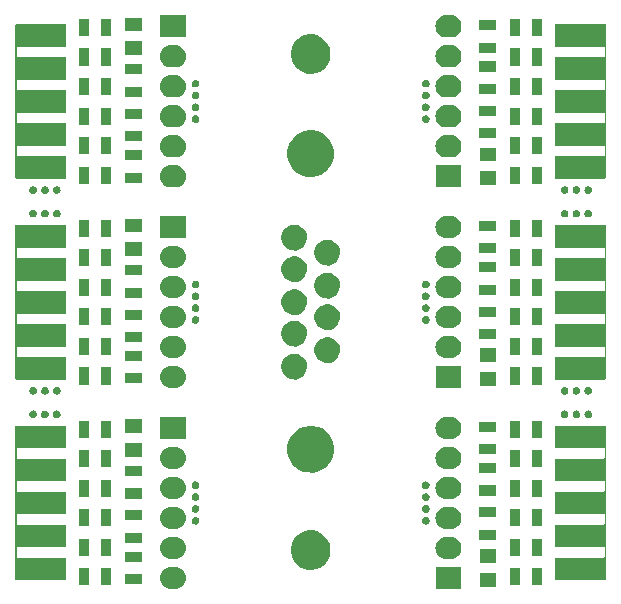
<source format=gbs>
G04 #@! TF.FileFunction,Soldermask,Bot*
%FSLAX46Y46*%
G04 Gerber Fmt 4.6, Leading zero omitted, Abs format (unit mm)*
G04 Created by KiCad (PCBNEW 4.0.2-stable) date 27/07/2016 9:39:40 PM*
%MOMM*%
G01*
G04 APERTURE LIST*
%ADD10C,0.100000*%
G04 APERTURE END LIST*
D10*
G36*
X168007200Y-151289800D02*
X165822800Y-151289800D01*
X165822800Y-149410200D01*
X168007200Y-149410200D01*
X168007200Y-151289800D01*
X168007200Y-151289800D01*
G37*
G36*
X143753749Y-149410277D02*
X143753754Y-149410278D01*
X143755807Y-149410292D01*
X143938080Y-149430737D01*
X144112912Y-149486197D01*
X144273641Y-149574558D01*
X144414146Y-149692456D01*
X144529076Y-149835400D01*
X144614052Y-149997945D01*
X144665839Y-150173899D01*
X144665843Y-150173940D01*
X144665844Y-150173944D01*
X144682463Y-150356558D01*
X144663396Y-150537961D01*
X144663290Y-150538973D01*
X144609052Y-150714187D01*
X144521815Y-150875529D01*
X144404900Y-151016855D01*
X144262762Y-151132779D01*
X144100815Y-151218888D01*
X143925226Y-151271902D01*
X143742685Y-151289800D01*
X143427283Y-151289800D01*
X143416251Y-151289723D01*
X143416246Y-151289722D01*
X143414193Y-151289708D01*
X143231920Y-151269263D01*
X143057088Y-151213803D01*
X142896359Y-151125442D01*
X142755854Y-151007544D01*
X142640924Y-150864600D01*
X142555948Y-150702055D01*
X142504161Y-150526101D01*
X142504157Y-150526060D01*
X142504156Y-150526056D01*
X142487537Y-150343442D01*
X142506705Y-150161074D01*
X142506710Y-150161027D01*
X142560948Y-149985813D01*
X142648185Y-149824471D01*
X142765100Y-149683145D01*
X142907238Y-149567221D01*
X143069185Y-149481112D01*
X143244774Y-149428098D01*
X143427315Y-149410200D01*
X143742717Y-149410200D01*
X143753749Y-149410277D01*
X143753749Y-149410277D01*
G37*
G36*
X170951200Y-151076200D02*
X169548800Y-151076200D01*
X169548800Y-149923800D01*
X170951200Y-149923800D01*
X170951200Y-151076200D01*
X170951200Y-151076200D01*
G37*
G36*
X138376200Y-150976200D02*
X137523800Y-150976200D01*
X137523800Y-149523800D01*
X138376200Y-149523800D01*
X138376200Y-150976200D01*
X138376200Y-150976200D01*
G37*
G36*
X172976200Y-150976200D02*
X172123800Y-150976200D01*
X172123800Y-149523800D01*
X172976200Y-149523800D01*
X172976200Y-150976200D01*
X172976200Y-150976200D01*
G37*
G36*
X136476200Y-150976200D02*
X135623800Y-150976200D01*
X135623800Y-149523800D01*
X136476200Y-149523800D01*
X136476200Y-150976200D01*
X136476200Y-150976200D01*
G37*
G36*
X174876200Y-150976200D02*
X174023800Y-150976200D01*
X174023800Y-149523800D01*
X174876200Y-149523800D01*
X174876200Y-150976200D01*
X174876200Y-150976200D01*
G37*
G36*
X140976200Y-150876200D02*
X139523800Y-150876200D01*
X139523800Y-150023800D01*
X140976200Y-150023800D01*
X140976200Y-150876200D01*
X140976200Y-150876200D01*
G37*
G36*
X180199200Y-137449200D02*
X180201211Y-137463353D01*
X180207086Y-137476384D01*
X180216358Y-137487264D01*
X180228294Y-137495129D01*
X180239918Y-137498990D01*
X180244905Y-137500000D01*
X180250000Y-137500000D01*
X180250000Y-150500000D01*
X180245262Y-150500000D01*
X180240607Y-150500876D01*
X180227070Y-150505469D01*
X180215349Y-150513652D01*
X180206372Y-150524776D01*
X180200849Y-150537961D01*
X180199200Y-150550800D01*
X180199200Y-150553200D01*
X175966800Y-150553200D01*
X175966800Y-148622800D01*
X180099200Y-148622800D01*
X180113353Y-148620789D01*
X180126384Y-148614914D01*
X180137264Y-148605642D01*
X180145129Y-148593706D01*
X180149358Y-148580051D01*
X180150000Y-148572000D01*
X180150000Y-147810000D01*
X180147989Y-147795847D01*
X180142114Y-147782816D01*
X180132842Y-147771936D01*
X180120906Y-147764071D01*
X180107251Y-147759842D01*
X180099200Y-147759200D01*
X175966800Y-147759200D01*
X175966800Y-145828800D01*
X180099200Y-145828800D01*
X180113353Y-145826789D01*
X180126384Y-145820914D01*
X180137264Y-145811642D01*
X180145129Y-145799706D01*
X180149358Y-145786051D01*
X180150000Y-145778000D01*
X180150000Y-145016000D01*
X180147989Y-145001847D01*
X180142114Y-144988816D01*
X180132842Y-144977936D01*
X180120906Y-144970071D01*
X180107251Y-144965842D01*
X180099200Y-144965200D01*
X175966800Y-144965200D01*
X175966800Y-143034800D01*
X180099200Y-143034800D01*
X180113353Y-143032789D01*
X180126384Y-143026914D01*
X180137264Y-143017642D01*
X180145129Y-143005706D01*
X180149358Y-142992051D01*
X180150000Y-142984000D01*
X180150000Y-142222000D01*
X180147989Y-142207847D01*
X180142114Y-142194816D01*
X180132842Y-142183936D01*
X180120906Y-142176071D01*
X180107251Y-142171842D01*
X180099200Y-142171200D01*
X175966800Y-142171200D01*
X175966800Y-140240800D01*
X180099200Y-140240800D01*
X180113353Y-140238789D01*
X180126384Y-140232914D01*
X180137264Y-140223642D01*
X180145129Y-140211706D01*
X180149358Y-140198051D01*
X180150000Y-140190000D01*
X180150000Y-139428000D01*
X180147989Y-139413847D01*
X180142114Y-139400816D01*
X180132842Y-139389936D01*
X180120906Y-139382071D01*
X180107251Y-139377842D01*
X180099200Y-139377200D01*
X175966800Y-139377200D01*
X175966800Y-137446800D01*
X180199200Y-137446800D01*
X180199200Y-137449200D01*
X180199200Y-137449200D01*
G37*
G36*
X134533200Y-139377200D02*
X130400800Y-139377200D01*
X130386647Y-139379211D01*
X130373616Y-139385086D01*
X130362736Y-139394358D01*
X130354871Y-139406294D01*
X130350642Y-139419949D01*
X130350000Y-139428000D01*
X130350000Y-140190000D01*
X130352011Y-140204153D01*
X130357886Y-140217184D01*
X130367158Y-140228064D01*
X130379094Y-140235929D01*
X130392749Y-140240158D01*
X130400800Y-140240800D01*
X134533200Y-140240800D01*
X134533200Y-142171200D01*
X130400800Y-142171200D01*
X130386647Y-142173211D01*
X130373616Y-142179086D01*
X130362736Y-142188358D01*
X130354871Y-142200294D01*
X130350642Y-142213949D01*
X130350000Y-142222000D01*
X130350000Y-142984000D01*
X130352011Y-142998153D01*
X130357886Y-143011184D01*
X130367158Y-143022064D01*
X130379094Y-143029929D01*
X130392749Y-143034158D01*
X130400800Y-143034800D01*
X134533200Y-143034800D01*
X134533200Y-144965200D01*
X130400800Y-144965200D01*
X130386647Y-144967211D01*
X130373616Y-144973086D01*
X130362736Y-144982358D01*
X130354871Y-144994294D01*
X130350642Y-145007949D01*
X130350000Y-145016000D01*
X130350000Y-145778000D01*
X130352011Y-145792153D01*
X130357886Y-145805184D01*
X130367158Y-145816064D01*
X130379094Y-145823929D01*
X130392749Y-145828158D01*
X130400800Y-145828800D01*
X134533200Y-145828800D01*
X134533200Y-147759200D01*
X130400800Y-147759200D01*
X130386647Y-147761211D01*
X130373616Y-147767086D01*
X130362736Y-147776358D01*
X130354871Y-147788294D01*
X130350642Y-147801949D01*
X130350000Y-147810000D01*
X130350000Y-148572000D01*
X130352011Y-148586153D01*
X130357886Y-148599184D01*
X130367158Y-148610064D01*
X130379094Y-148617929D01*
X130392749Y-148622158D01*
X130400800Y-148622800D01*
X134533200Y-148622800D01*
X134533200Y-150553200D01*
X130300800Y-150553200D01*
X130300800Y-150550800D01*
X130298789Y-150536647D01*
X130292914Y-150523616D01*
X130283642Y-150512736D01*
X130271706Y-150504871D01*
X130260082Y-150501010D01*
X130255095Y-150500000D01*
X130250000Y-150500000D01*
X130250000Y-137500000D01*
X130254738Y-137500000D01*
X130259393Y-137499124D01*
X130272930Y-137494531D01*
X130284651Y-137486348D01*
X130293628Y-137475224D01*
X130299151Y-137462039D01*
X130300800Y-137449200D01*
X130300800Y-137446800D01*
X134533200Y-137446800D01*
X134533200Y-139377200D01*
X134533200Y-139377200D01*
G37*
G36*
X155426062Y-146324914D02*
X155748061Y-146391012D01*
X156051102Y-146518399D01*
X156323623Y-146702216D01*
X156555250Y-146935465D01*
X156737158Y-147209262D01*
X156862424Y-147513178D01*
X156926204Y-147835291D01*
X156926204Y-147835301D01*
X156926271Y-147835640D01*
X156921029Y-148211100D01*
X156920952Y-148211438D01*
X156920952Y-148211447D01*
X156848203Y-148531654D01*
X156714502Y-148831951D01*
X156525016Y-149100564D01*
X156286966Y-149327256D01*
X156009419Y-149503393D01*
X155702943Y-149622267D01*
X155379221Y-149679348D01*
X155050571Y-149672464D01*
X154729518Y-149601876D01*
X154428290Y-149470273D01*
X154158365Y-149282670D01*
X153930017Y-149046209D01*
X153751946Y-148769897D01*
X153630934Y-148464255D01*
X153571595Y-148140942D01*
X153576184Y-147812253D01*
X153644530Y-147490714D01*
X153774025Y-147188577D01*
X153959742Y-146917345D01*
X154194602Y-146687352D01*
X154469665Y-146507356D01*
X154774450Y-146384215D01*
X155097344Y-146322620D01*
X155426062Y-146324914D01*
X155426062Y-146324914D01*
G37*
G36*
X170951200Y-149076200D02*
X169548800Y-149076200D01*
X169548800Y-147923800D01*
X170951200Y-147923800D01*
X170951200Y-149076200D01*
X170951200Y-149076200D01*
G37*
G36*
X140976200Y-148976200D02*
X139523800Y-148976200D01*
X139523800Y-148123800D01*
X140976200Y-148123800D01*
X140976200Y-148976200D01*
X140976200Y-148976200D01*
G37*
G36*
X167083749Y-146870277D02*
X167083754Y-146870278D01*
X167085807Y-146870292D01*
X167268080Y-146890737D01*
X167442912Y-146946197D01*
X167603641Y-147034558D01*
X167744146Y-147152456D01*
X167859076Y-147295400D01*
X167944052Y-147457945D01*
X167995839Y-147633899D01*
X167995843Y-147633940D01*
X167995844Y-147633944D01*
X168012463Y-147816558D01*
X168010457Y-147835640D01*
X167993290Y-147998973D01*
X167939052Y-148174187D01*
X167851815Y-148335529D01*
X167734900Y-148476855D01*
X167592762Y-148592779D01*
X167430815Y-148678888D01*
X167255226Y-148731902D01*
X167072685Y-148749800D01*
X166757283Y-148749800D01*
X166746251Y-148749723D01*
X166746246Y-148749722D01*
X166744193Y-148749708D01*
X166561920Y-148729263D01*
X166387088Y-148673803D01*
X166226359Y-148585442D01*
X166085854Y-148467544D01*
X165970924Y-148324600D01*
X165885948Y-148162055D01*
X165834161Y-147986101D01*
X165834157Y-147986060D01*
X165834156Y-147986056D01*
X165817537Y-147803442D01*
X165836705Y-147621074D01*
X165836710Y-147621027D01*
X165890948Y-147445813D01*
X165978185Y-147284471D01*
X166095100Y-147143145D01*
X166237238Y-147027221D01*
X166399185Y-146941112D01*
X166574774Y-146888098D01*
X166757315Y-146870200D01*
X167072717Y-146870200D01*
X167083749Y-146870277D01*
X167083749Y-146870277D01*
G37*
G36*
X143753749Y-146870277D02*
X143753754Y-146870278D01*
X143755807Y-146870292D01*
X143938080Y-146890737D01*
X144112912Y-146946197D01*
X144273641Y-147034558D01*
X144414146Y-147152456D01*
X144529076Y-147295400D01*
X144614052Y-147457945D01*
X144665839Y-147633899D01*
X144665843Y-147633940D01*
X144665844Y-147633944D01*
X144682463Y-147816558D01*
X144680457Y-147835640D01*
X144663290Y-147998973D01*
X144609052Y-148174187D01*
X144521815Y-148335529D01*
X144404900Y-148476855D01*
X144262762Y-148592779D01*
X144100815Y-148678888D01*
X143925226Y-148731902D01*
X143742685Y-148749800D01*
X143427283Y-148749800D01*
X143416251Y-148749723D01*
X143416246Y-148749722D01*
X143414193Y-148749708D01*
X143231920Y-148729263D01*
X143057088Y-148673803D01*
X142896359Y-148585442D01*
X142755854Y-148467544D01*
X142640924Y-148324600D01*
X142555948Y-148162055D01*
X142504161Y-147986101D01*
X142504157Y-147986060D01*
X142504156Y-147986056D01*
X142487537Y-147803442D01*
X142506705Y-147621074D01*
X142506710Y-147621027D01*
X142560948Y-147445813D01*
X142648185Y-147284471D01*
X142765100Y-147143145D01*
X142907238Y-147027221D01*
X143069185Y-146941112D01*
X143244774Y-146888098D01*
X143427315Y-146870200D01*
X143742717Y-146870200D01*
X143753749Y-146870277D01*
X143753749Y-146870277D01*
G37*
G36*
X136476200Y-148476200D02*
X135623800Y-148476200D01*
X135623800Y-147023800D01*
X136476200Y-147023800D01*
X136476200Y-148476200D01*
X136476200Y-148476200D01*
G37*
G36*
X138376200Y-148476200D02*
X137523800Y-148476200D01*
X137523800Y-147023800D01*
X138376200Y-147023800D01*
X138376200Y-148476200D01*
X138376200Y-148476200D01*
G37*
G36*
X172976200Y-148476200D02*
X172123800Y-148476200D01*
X172123800Y-147023800D01*
X172976200Y-147023800D01*
X172976200Y-148476200D01*
X172976200Y-148476200D01*
G37*
G36*
X174876200Y-148476200D02*
X174023800Y-148476200D01*
X174023800Y-147023800D01*
X174876200Y-147023800D01*
X174876200Y-148476200D01*
X174876200Y-148476200D01*
G37*
G36*
X140976200Y-147376200D02*
X139523800Y-147376200D01*
X139523800Y-146523800D01*
X140976200Y-146523800D01*
X140976200Y-147376200D01*
X140976200Y-147376200D01*
G37*
G36*
X170976200Y-147126200D02*
X169523800Y-147126200D01*
X169523800Y-146273800D01*
X170976200Y-146273800D01*
X170976200Y-147126200D01*
X170976200Y-147126200D01*
G37*
G36*
X167083749Y-144330277D02*
X167083754Y-144330278D01*
X167085807Y-144330292D01*
X167268080Y-144350737D01*
X167442912Y-144406197D01*
X167603641Y-144494558D01*
X167744146Y-144612456D01*
X167859076Y-144755400D01*
X167944052Y-144917945D01*
X167995839Y-145093899D01*
X167995843Y-145093940D01*
X167995844Y-145093944D01*
X168012463Y-145276558D01*
X167998935Y-145405262D01*
X167993290Y-145458973D01*
X167939052Y-145634187D01*
X167851815Y-145795529D01*
X167734900Y-145936855D01*
X167592762Y-146052779D01*
X167430815Y-146138888D01*
X167255226Y-146191902D01*
X167072685Y-146209800D01*
X166757283Y-146209800D01*
X166746251Y-146209723D01*
X166746246Y-146209722D01*
X166744193Y-146209708D01*
X166561920Y-146189263D01*
X166387088Y-146133803D01*
X166226359Y-146045442D01*
X166085854Y-145927544D01*
X165970924Y-145784600D01*
X165885948Y-145622055D01*
X165834161Y-145446101D01*
X165834157Y-145446060D01*
X165834156Y-145446056D01*
X165817537Y-145263442D01*
X165836705Y-145081074D01*
X165836710Y-145081027D01*
X165890948Y-144905813D01*
X165978185Y-144744471D01*
X166095100Y-144603145D01*
X166237238Y-144487221D01*
X166399185Y-144401112D01*
X166574774Y-144348098D01*
X166757315Y-144330200D01*
X167072717Y-144330200D01*
X167083749Y-144330277D01*
X167083749Y-144330277D01*
G37*
G36*
X143753749Y-144330277D02*
X143753754Y-144330278D01*
X143755807Y-144330292D01*
X143938080Y-144350737D01*
X144112912Y-144406197D01*
X144273641Y-144494558D01*
X144414146Y-144612456D01*
X144529076Y-144755400D01*
X144614052Y-144917945D01*
X144665839Y-145093899D01*
X144665843Y-145093940D01*
X144665844Y-145093944D01*
X144682463Y-145276558D01*
X144668935Y-145405262D01*
X144663290Y-145458973D01*
X144609052Y-145634187D01*
X144521815Y-145795529D01*
X144404900Y-145936855D01*
X144262762Y-146052779D01*
X144100815Y-146138888D01*
X143925226Y-146191902D01*
X143742685Y-146209800D01*
X143427283Y-146209800D01*
X143416251Y-146209723D01*
X143416246Y-146209722D01*
X143414193Y-146209708D01*
X143231920Y-146189263D01*
X143057088Y-146133803D01*
X142896359Y-146045442D01*
X142755854Y-145927544D01*
X142640924Y-145784600D01*
X142555948Y-145622055D01*
X142504161Y-145446101D01*
X142504157Y-145446060D01*
X142504156Y-145446056D01*
X142487537Y-145263442D01*
X142506705Y-145081074D01*
X142506710Y-145081027D01*
X142560948Y-144905813D01*
X142648185Y-144744471D01*
X142765100Y-144603145D01*
X142907238Y-144487221D01*
X143069185Y-144401112D01*
X143244774Y-144348098D01*
X143427315Y-144330200D01*
X143742717Y-144330200D01*
X143753749Y-144330277D01*
X143753749Y-144330277D01*
G37*
G36*
X174876200Y-145976200D02*
X174023800Y-145976200D01*
X174023800Y-144523800D01*
X174876200Y-144523800D01*
X174876200Y-145976200D01*
X174876200Y-145976200D01*
G37*
G36*
X136476200Y-145976200D02*
X135623800Y-145976200D01*
X135623800Y-144523800D01*
X136476200Y-144523800D01*
X136476200Y-145976200D01*
X136476200Y-145976200D01*
G37*
G36*
X172976200Y-145976200D02*
X172123800Y-145976200D01*
X172123800Y-144523800D01*
X172976200Y-144523800D01*
X172976200Y-145976200D01*
X172976200Y-145976200D01*
G37*
G36*
X138376200Y-145976200D02*
X137523800Y-145976200D01*
X137523800Y-144523800D01*
X138376200Y-144523800D01*
X138376200Y-145976200D01*
X138376200Y-145976200D01*
G37*
G36*
X145534265Y-145174015D02*
X145596925Y-145186878D01*
X145655901Y-145211669D01*
X145708937Y-145247442D01*
X145754013Y-145292833D01*
X145789412Y-145346114D01*
X145813790Y-145405259D01*
X145826146Y-145467665D01*
X145826146Y-145467670D01*
X145826214Y-145468014D01*
X145825193Y-145541081D01*
X145825117Y-145541415D01*
X145825117Y-145541428D01*
X145811022Y-145603466D01*
X145785005Y-145661903D01*
X145748129Y-145714177D01*
X145701801Y-145758294D01*
X145647787Y-145792573D01*
X145588147Y-145815706D01*
X145525148Y-145826815D01*
X145461189Y-145825474D01*
X145398710Y-145811738D01*
X145340087Y-145786126D01*
X145287561Y-145749619D01*
X145243122Y-145703602D01*
X145208468Y-145649829D01*
X145184916Y-145590344D01*
X145173369Y-145527430D01*
X145174262Y-145463462D01*
X145187562Y-145400891D01*
X145212764Y-145342090D01*
X145248906Y-145289307D01*
X145294610Y-145244549D01*
X145348141Y-145209520D01*
X145407455Y-145185555D01*
X145470290Y-145173569D01*
X145534265Y-145174015D01*
X145534265Y-145174015D01*
G37*
G36*
X165034265Y-145174015D02*
X165096925Y-145186878D01*
X165155901Y-145211669D01*
X165208937Y-145247442D01*
X165254013Y-145292833D01*
X165289412Y-145346114D01*
X165313790Y-145405259D01*
X165326146Y-145467665D01*
X165326146Y-145467670D01*
X165326214Y-145468014D01*
X165325193Y-145541081D01*
X165325117Y-145541415D01*
X165325117Y-145541428D01*
X165311022Y-145603466D01*
X165285005Y-145661903D01*
X165248129Y-145714177D01*
X165201801Y-145758294D01*
X165147787Y-145792573D01*
X165088147Y-145815706D01*
X165025148Y-145826815D01*
X164961189Y-145825474D01*
X164898710Y-145811738D01*
X164840087Y-145786126D01*
X164787561Y-145749619D01*
X164743122Y-145703602D01*
X164708468Y-145649829D01*
X164684916Y-145590344D01*
X164673369Y-145527430D01*
X164674262Y-145463462D01*
X164687562Y-145400891D01*
X164712764Y-145342090D01*
X164748906Y-145289307D01*
X164794610Y-145244549D01*
X164848141Y-145209520D01*
X164907455Y-145185555D01*
X164970290Y-145173569D01*
X165034265Y-145174015D01*
X165034265Y-145174015D01*
G37*
G36*
X140976200Y-145476200D02*
X139523800Y-145476200D01*
X139523800Y-144623800D01*
X140976200Y-144623800D01*
X140976200Y-145476200D01*
X140976200Y-145476200D01*
G37*
G36*
X170976200Y-145226200D02*
X169523800Y-145226200D01*
X169523800Y-144373800D01*
X170976200Y-144373800D01*
X170976200Y-145226200D01*
X170976200Y-145226200D01*
G37*
G36*
X145534265Y-144174015D02*
X145596925Y-144186878D01*
X145655901Y-144211669D01*
X145708937Y-144247442D01*
X145754013Y-144292833D01*
X145789412Y-144346114D01*
X145813790Y-144405259D01*
X145826146Y-144467665D01*
X145826146Y-144467670D01*
X145826214Y-144468014D01*
X145825193Y-144541081D01*
X145825117Y-144541415D01*
X145825117Y-144541428D01*
X145811022Y-144603466D01*
X145785005Y-144661903D01*
X145748129Y-144714177D01*
X145701801Y-144758294D01*
X145647787Y-144792573D01*
X145588147Y-144815706D01*
X145525148Y-144826815D01*
X145461189Y-144825474D01*
X145398710Y-144811738D01*
X145340087Y-144786126D01*
X145287561Y-144749619D01*
X145243122Y-144703602D01*
X145208468Y-144649829D01*
X145184916Y-144590344D01*
X145173369Y-144527430D01*
X145174262Y-144463462D01*
X145187562Y-144400891D01*
X145212764Y-144342090D01*
X145248906Y-144289307D01*
X145294610Y-144244549D01*
X145348141Y-144209520D01*
X145407455Y-144185555D01*
X145470290Y-144173569D01*
X145534265Y-144174015D01*
X145534265Y-144174015D01*
G37*
G36*
X165034265Y-144174015D02*
X165096925Y-144186878D01*
X165155901Y-144211669D01*
X165208937Y-144247442D01*
X165254013Y-144292833D01*
X165289412Y-144346114D01*
X165313790Y-144405259D01*
X165326146Y-144467665D01*
X165326146Y-144467670D01*
X165326214Y-144468014D01*
X165325193Y-144541081D01*
X165325117Y-144541415D01*
X165325117Y-144541428D01*
X165311022Y-144603466D01*
X165285005Y-144661903D01*
X165248129Y-144714177D01*
X165201801Y-144758294D01*
X165147787Y-144792573D01*
X165088147Y-144815706D01*
X165025148Y-144826815D01*
X164961189Y-144825474D01*
X164898710Y-144811738D01*
X164840087Y-144786126D01*
X164787561Y-144749619D01*
X164743122Y-144703602D01*
X164708468Y-144649829D01*
X164684916Y-144590344D01*
X164673369Y-144527430D01*
X164674262Y-144463462D01*
X164687562Y-144400891D01*
X164712764Y-144342090D01*
X164748906Y-144289307D01*
X164794610Y-144244549D01*
X164848141Y-144209520D01*
X164907455Y-144185555D01*
X164970290Y-144173569D01*
X165034265Y-144174015D01*
X165034265Y-144174015D01*
G37*
G36*
X165034265Y-143174015D02*
X165096925Y-143186878D01*
X165155901Y-143211669D01*
X165208937Y-143247442D01*
X165254013Y-143292833D01*
X165289412Y-143346114D01*
X165313790Y-143405259D01*
X165326146Y-143467665D01*
X165326146Y-143467670D01*
X165326214Y-143468014D01*
X165325193Y-143541081D01*
X165325117Y-143541415D01*
X165325117Y-143541428D01*
X165311022Y-143603466D01*
X165285005Y-143661903D01*
X165248129Y-143714177D01*
X165201801Y-143758294D01*
X165147787Y-143792573D01*
X165088147Y-143815706D01*
X165025148Y-143826815D01*
X164961189Y-143825474D01*
X164898710Y-143811738D01*
X164840087Y-143786126D01*
X164787561Y-143749619D01*
X164743122Y-143703602D01*
X164708468Y-143649829D01*
X164684916Y-143590344D01*
X164673369Y-143527430D01*
X164674262Y-143463462D01*
X164687562Y-143400891D01*
X164712764Y-143342090D01*
X164748906Y-143289307D01*
X164794610Y-143244549D01*
X164848141Y-143209520D01*
X164907455Y-143185555D01*
X164970290Y-143173569D01*
X165034265Y-143174015D01*
X165034265Y-143174015D01*
G37*
G36*
X145534265Y-143174015D02*
X145596925Y-143186878D01*
X145655901Y-143211669D01*
X145708937Y-143247442D01*
X145754013Y-143292833D01*
X145789412Y-143346114D01*
X145813790Y-143405259D01*
X145826146Y-143467665D01*
X145826146Y-143467670D01*
X145826214Y-143468014D01*
X145825193Y-143541081D01*
X145825117Y-143541415D01*
X145825117Y-143541428D01*
X145811022Y-143603466D01*
X145785005Y-143661903D01*
X145748129Y-143714177D01*
X145701801Y-143758294D01*
X145647787Y-143792573D01*
X145588147Y-143815706D01*
X145525148Y-143826815D01*
X145461189Y-143825474D01*
X145398710Y-143811738D01*
X145340087Y-143786126D01*
X145287561Y-143749619D01*
X145243122Y-143703602D01*
X145208468Y-143649829D01*
X145184916Y-143590344D01*
X145173369Y-143527430D01*
X145174262Y-143463462D01*
X145187562Y-143400891D01*
X145212764Y-143342090D01*
X145248906Y-143289307D01*
X145294610Y-143244549D01*
X145348141Y-143209520D01*
X145407455Y-143185555D01*
X145470290Y-143173569D01*
X145534265Y-143174015D01*
X145534265Y-143174015D01*
G37*
G36*
X143753749Y-141790277D02*
X143753754Y-141790278D01*
X143755807Y-141790292D01*
X143938080Y-141810737D01*
X144112912Y-141866197D01*
X144273641Y-141954558D01*
X144414146Y-142072456D01*
X144529076Y-142215400D01*
X144614052Y-142377945D01*
X144665839Y-142553899D01*
X144665843Y-142553940D01*
X144665844Y-142553944D01*
X144682463Y-142736558D01*
X144672976Y-142826815D01*
X144663290Y-142918973D01*
X144609052Y-143094187D01*
X144521815Y-143255529D01*
X144404900Y-143396855D01*
X144262762Y-143512779D01*
X144100815Y-143598888D01*
X143925226Y-143651902D01*
X143742685Y-143669800D01*
X143427283Y-143669800D01*
X143416251Y-143669723D01*
X143416246Y-143669722D01*
X143414193Y-143669708D01*
X143231920Y-143649263D01*
X143057088Y-143593803D01*
X142896359Y-143505442D01*
X142755854Y-143387544D01*
X142640924Y-143244600D01*
X142555948Y-143082055D01*
X142504161Y-142906101D01*
X142504157Y-142906060D01*
X142504156Y-142906056D01*
X142487537Y-142723442D01*
X142506705Y-142541074D01*
X142506710Y-142541027D01*
X142560948Y-142365813D01*
X142648185Y-142204471D01*
X142765100Y-142063145D01*
X142907238Y-141947221D01*
X143069185Y-141861112D01*
X143244774Y-141808098D01*
X143427315Y-141790200D01*
X143742717Y-141790200D01*
X143753749Y-141790277D01*
X143753749Y-141790277D01*
G37*
G36*
X167083749Y-141790277D02*
X167083754Y-141790278D01*
X167085807Y-141790292D01*
X167268080Y-141810737D01*
X167442912Y-141866197D01*
X167603641Y-141954558D01*
X167744146Y-142072456D01*
X167859076Y-142215400D01*
X167944052Y-142377945D01*
X167995839Y-142553899D01*
X167995843Y-142553940D01*
X167995844Y-142553944D01*
X168012463Y-142736558D01*
X168002976Y-142826815D01*
X167993290Y-142918973D01*
X167939052Y-143094187D01*
X167851815Y-143255529D01*
X167734900Y-143396855D01*
X167592762Y-143512779D01*
X167430815Y-143598888D01*
X167255226Y-143651902D01*
X167072685Y-143669800D01*
X166757283Y-143669800D01*
X166746251Y-143669723D01*
X166746246Y-143669722D01*
X166744193Y-143669708D01*
X166561920Y-143649263D01*
X166387088Y-143593803D01*
X166226359Y-143505442D01*
X166085854Y-143387544D01*
X165970924Y-143244600D01*
X165885948Y-143082055D01*
X165834161Y-142906101D01*
X165834157Y-142906060D01*
X165834156Y-142906056D01*
X165817537Y-142723442D01*
X165836705Y-142541074D01*
X165836710Y-142541027D01*
X165890948Y-142365813D01*
X165978185Y-142204471D01*
X166095100Y-142063145D01*
X166237238Y-141947221D01*
X166399185Y-141861112D01*
X166574774Y-141808098D01*
X166757315Y-141790200D01*
X167072717Y-141790200D01*
X167083749Y-141790277D01*
X167083749Y-141790277D01*
G37*
G36*
X140976200Y-143626200D02*
X139523800Y-143626200D01*
X139523800Y-142773800D01*
X140976200Y-142773800D01*
X140976200Y-143626200D01*
X140976200Y-143626200D01*
G37*
G36*
X136476200Y-143476200D02*
X135623800Y-143476200D01*
X135623800Y-142023800D01*
X136476200Y-142023800D01*
X136476200Y-143476200D01*
X136476200Y-143476200D01*
G37*
G36*
X174876200Y-143476200D02*
X174023800Y-143476200D01*
X174023800Y-142023800D01*
X174876200Y-142023800D01*
X174876200Y-143476200D01*
X174876200Y-143476200D01*
G37*
G36*
X172976200Y-143476200D02*
X172123800Y-143476200D01*
X172123800Y-142023800D01*
X172976200Y-142023800D01*
X172976200Y-143476200D01*
X172976200Y-143476200D01*
G37*
G36*
X138376200Y-143476200D02*
X137523800Y-143476200D01*
X137523800Y-142023800D01*
X138376200Y-142023800D01*
X138376200Y-143476200D01*
X138376200Y-143476200D01*
G37*
G36*
X170976200Y-143376200D02*
X169523800Y-143376200D01*
X169523800Y-142523800D01*
X170976200Y-142523800D01*
X170976200Y-143376200D01*
X170976200Y-143376200D01*
G37*
G36*
X145534265Y-142174015D02*
X145596925Y-142186878D01*
X145655901Y-142211669D01*
X145708937Y-142247442D01*
X145754013Y-142292833D01*
X145789412Y-142346114D01*
X145813790Y-142405259D01*
X145826146Y-142467665D01*
X145826146Y-142467670D01*
X145826214Y-142468014D01*
X145825193Y-142541081D01*
X145825117Y-142541415D01*
X145825117Y-142541428D01*
X145811022Y-142603466D01*
X145785005Y-142661903D01*
X145748129Y-142714177D01*
X145701801Y-142758294D01*
X145647787Y-142792573D01*
X145588147Y-142815706D01*
X145525148Y-142826815D01*
X145461189Y-142825474D01*
X145398710Y-142811738D01*
X145340087Y-142786126D01*
X145287561Y-142749619D01*
X145243122Y-142703602D01*
X145208468Y-142649829D01*
X145184916Y-142590344D01*
X145173369Y-142527430D01*
X145174262Y-142463462D01*
X145187562Y-142400891D01*
X145212764Y-142342090D01*
X145248906Y-142289307D01*
X145294610Y-142244549D01*
X145348141Y-142209520D01*
X145407455Y-142185555D01*
X145470290Y-142173569D01*
X145534265Y-142174015D01*
X145534265Y-142174015D01*
G37*
G36*
X165034265Y-142174015D02*
X165096925Y-142186878D01*
X165155901Y-142211669D01*
X165208937Y-142247442D01*
X165254013Y-142292833D01*
X165289412Y-142346114D01*
X165313790Y-142405259D01*
X165326146Y-142467665D01*
X165326146Y-142467670D01*
X165326214Y-142468014D01*
X165325193Y-142541081D01*
X165325117Y-142541415D01*
X165325117Y-142541428D01*
X165311022Y-142603466D01*
X165285005Y-142661903D01*
X165248129Y-142714177D01*
X165201801Y-142758294D01*
X165147787Y-142792573D01*
X165088147Y-142815706D01*
X165025148Y-142826815D01*
X164961189Y-142825474D01*
X164898710Y-142811738D01*
X164840087Y-142786126D01*
X164787561Y-142749619D01*
X164743122Y-142703602D01*
X164708468Y-142649829D01*
X164684916Y-142590344D01*
X164673369Y-142527430D01*
X164674262Y-142463462D01*
X164687562Y-142400891D01*
X164712764Y-142342090D01*
X164748906Y-142289307D01*
X164794610Y-142244549D01*
X164848141Y-142209520D01*
X164907455Y-142185555D01*
X164970290Y-142173569D01*
X165034265Y-142174015D01*
X165034265Y-142174015D01*
G37*
G36*
X140976200Y-141726200D02*
X139523800Y-141726200D01*
X139523800Y-140873800D01*
X140976200Y-140873800D01*
X140976200Y-141726200D01*
X140976200Y-141726200D01*
G37*
G36*
X170976200Y-141476200D02*
X169523800Y-141476200D01*
X169523800Y-140623800D01*
X170976200Y-140623800D01*
X170976200Y-141476200D01*
X170976200Y-141476200D01*
G37*
G36*
X155458098Y-137466117D02*
X155838688Y-137544242D01*
X156196870Y-137694807D01*
X156518978Y-137912072D01*
X156792751Y-138187763D01*
X157007761Y-138511380D01*
X157155820Y-138870597D01*
X157231217Y-139251384D01*
X157231217Y-139251389D01*
X157231285Y-139251733D01*
X157225088Y-139695512D01*
X157225012Y-139695846D01*
X157225012Y-139695858D01*
X157139010Y-140074393D01*
X156980982Y-140429332D01*
X156757017Y-140746821D01*
X156475651Y-141014763D01*
X156147602Y-141222949D01*
X155785360Y-141363453D01*
X155402733Y-141430921D01*
X155014283Y-141422784D01*
X154634811Y-141339352D01*
X154278773Y-141183802D01*
X153959732Y-140962063D01*
X153689834Y-140682575D01*
X153479361Y-140355985D01*
X153336330Y-139994731D01*
X153266194Y-139612587D01*
X153271618Y-139224090D01*
X153352400Y-138844044D01*
X153505458Y-138486931D01*
X153724968Y-138166346D01*
X154002563Y-137894504D01*
X154327676Y-137681756D01*
X154687919Y-137536208D01*
X155069567Y-137463405D01*
X155458098Y-137466117D01*
X155458098Y-137466117D01*
G37*
G36*
X167083749Y-139250277D02*
X167083754Y-139250278D01*
X167085807Y-139250292D01*
X167268080Y-139270737D01*
X167442912Y-139326197D01*
X167603641Y-139414558D01*
X167744146Y-139532456D01*
X167859076Y-139675400D01*
X167944052Y-139837945D01*
X167995839Y-140013899D01*
X167995843Y-140013940D01*
X167995844Y-140013944D01*
X168012463Y-140196558D01*
X167995706Y-140355984D01*
X167993290Y-140378973D01*
X167939052Y-140554187D01*
X167851815Y-140715529D01*
X167734900Y-140856855D01*
X167592762Y-140972779D01*
X167430815Y-141058888D01*
X167255226Y-141111902D01*
X167072685Y-141129800D01*
X166757283Y-141129800D01*
X166746251Y-141129723D01*
X166746246Y-141129722D01*
X166744193Y-141129708D01*
X166561920Y-141109263D01*
X166387088Y-141053803D01*
X166226359Y-140965442D01*
X166085854Y-140847544D01*
X165970924Y-140704600D01*
X165885948Y-140542055D01*
X165834161Y-140366101D01*
X165834157Y-140366060D01*
X165834156Y-140366056D01*
X165817537Y-140183442D01*
X165836705Y-140001074D01*
X165836710Y-140001027D01*
X165890948Y-139825813D01*
X165978185Y-139664471D01*
X166095100Y-139523145D01*
X166237238Y-139407221D01*
X166399185Y-139321112D01*
X166574774Y-139268098D01*
X166757315Y-139250200D01*
X167072717Y-139250200D01*
X167083749Y-139250277D01*
X167083749Y-139250277D01*
G37*
G36*
X143753749Y-139250277D02*
X143753754Y-139250278D01*
X143755807Y-139250292D01*
X143938080Y-139270737D01*
X144112912Y-139326197D01*
X144273641Y-139414558D01*
X144414146Y-139532456D01*
X144529076Y-139675400D01*
X144614052Y-139837945D01*
X144665839Y-140013899D01*
X144665843Y-140013940D01*
X144665844Y-140013944D01*
X144682463Y-140196558D01*
X144665706Y-140355984D01*
X144663290Y-140378973D01*
X144609052Y-140554187D01*
X144521815Y-140715529D01*
X144404900Y-140856855D01*
X144262762Y-140972779D01*
X144100815Y-141058888D01*
X143925226Y-141111902D01*
X143742685Y-141129800D01*
X143427283Y-141129800D01*
X143416251Y-141129723D01*
X143416246Y-141129722D01*
X143414193Y-141129708D01*
X143231920Y-141109263D01*
X143057088Y-141053803D01*
X142896359Y-140965442D01*
X142755854Y-140847544D01*
X142640924Y-140704600D01*
X142555948Y-140542055D01*
X142504161Y-140366101D01*
X142504157Y-140366060D01*
X142504156Y-140366056D01*
X142487537Y-140183442D01*
X142506705Y-140001074D01*
X142506710Y-140001027D01*
X142560948Y-139825813D01*
X142648185Y-139664471D01*
X142765100Y-139523145D01*
X142907238Y-139407221D01*
X143069185Y-139321112D01*
X143244774Y-139268098D01*
X143427315Y-139250200D01*
X143742717Y-139250200D01*
X143753749Y-139250277D01*
X143753749Y-139250277D01*
G37*
G36*
X136476200Y-140976200D02*
X135623800Y-140976200D01*
X135623800Y-139523800D01*
X136476200Y-139523800D01*
X136476200Y-140976200D01*
X136476200Y-140976200D01*
G37*
G36*
X138376200Y-140976200D02*
X137523800Y-140976200D01*
X137523800Y-139523800D01*
X138376200Y-139523800D01*
X138376200Y-140976200D01*
X138376200Y-140976200D01*
G37*
G36*
X174876200Y-140976200D02*
X174023800Y-140976200D01*
X174023800Y-139523800D01*
X174876200Y-139523800D01*
X174876200Y-140976200D01*
X174876200Y-140976200D01*
G37*
G36*
X172976200Y-140976200D02*
X172123800Y-140976200D01*
X172123800Y-139523800D01*
X172976200Y-139523800D01*
X172976200Y-140976200D01*
X172976200Y-140976200D01*
G37*
G36*
X140951200Y-140076200D02*
X139548800Y-140076200D01*
X139548800Y-138923800D01*
X140951200Y-138923800D01*
X140951200Y-140076200D01*
X140951200Y-140076200D01*
G37*
G36*
X170976200Y-139876200D02*
X169523800Y-139876200D01*
X169523800Y-139023800D01*
X170976200Y-139023800D01*
X170976200Y-139876200D01*
X170976200Y-139876200D01*
G37*
G36*
X144677200Y-138589800D02*
X142492800Y-138589800D01*
X142492800Y-136710200D01*
X144677200Y-136710200D01*
X144677200Y-138589800D01*
X144677200Y-138589800D01*
G37*
G36*
X167083749Y-136710277D02*
X167083754Y-136710278D01*
X167085807Y-136710292D01*
X167268080Y-136730737D01*
X167442912Y-136786197D01*
X167603641Y-136874558D01*
X167744146Y-136992456D01*
X167859076Y-137135400D01*
X167944052Y-137297945D01*
X167995839Y-137473899D01*
X167995843Y-137473940D01*
X167995844Y-137473944D01*
X168012463Y-137656558D01*
X167994648Y-137826056D01*
X167993290Y-137838973D01*
X167939052Y-138014187D01*
X167851815Y-138175529D01*
X167734900Y-138316855D01*
X167592762Y-138432779D01*
X167430815Y-138518888D01*
X167255226Y-138571902D01*
X167072685Y-138589800D01*
X166757283Y-138589800D01*
X166746251Y-138589723D01*
X166746246Y-138589722D01*
X166744193Y-138589708D01*
X166561920Y-138569263D01*
X166387088Y-138513803D01*
X166226359Y-138425442D01*
X166085854Y-138307544D01*
X165970924Y-138164600D01*
X165885948Y-138002055D01*
X165834161Y-137826101D01*
X165834157Y-137826060D01*
X165834156Y-137826056D01*
X165817537Y-137643442D01*
X165836705Y-137461074D01*
X165836710Y-137461027D01*
X165890948Y-137285813D01*
X165978185Y-137124471D01*
X166095100Y-136983145D01*
X166237238Y-136867221D01*
X166399185Y-136781112D01*
X166574774Y-136728098D01*
X166757315Y-136710200D01*
X167072717Y-136710200D01*
X167083749Y-136710277D01*
X167083749Y-136710277D01*
G37*
G36*
X172976200Y-138476200D02*
X172123800Y-138476200D01*
X172123800Y-137023800D01*
X172976200Y-137023800D01*
X172976200Y-138476200D01*
X172976200Y-138476200D01*
G37*
G36*
X138376200Y-138476200D02*
X137523800Y-138476200D01*
X137523800Y-137023800D01*
X138376200Y-137023800D01*
X138376200Y-138476200D01*
X138376200Y-138476200D01*
G37*
G36*
X174876200Y-138476200D02*
X174023800Y-138476200D01*
X174023800Y-137023800D01*
X174876200Y-137023800D01*
X174876200Y-138476200D01*
X174876200Y-138476200D01*
G37*
G36*
X136476200Y-138476200D02*
X135623800Y-138476200D01*
X135623800Y-137023800D01*
X136476200Y-137023800D01*
X136476200Y-138476200D01*
X136476200Y-138476200D01*
G37*
G36*
X140951200Y-138076200D02*
X139548800Y-138076200D01*
X139548800Y-136923800D01*
X140951200Y-136923800D01*
X140951200Y-138076200D01*
X140951200Y-138076200D01*
G37*
G36*
X170976200Y-137976200D02*
X169523800Y-137976200D01*
X169523800Y-137123800D01*
X170976200Y-137123800D01*
X170976200Y-137976200D01*
X170976200Y-137976200D01*
G37*
G36*
X131784265Y-136174015D02*
X131846925Y-136186878D01*
X131905901Y-136211669D01*
X131958937Y-136247442D01*
X132004013Y-136292833D01*
X132039412Y-136346114D01*
X132063790Y-136405259D01*
X132076146Y-136467665D01*
X132076146Y-136467670D01*
X132076214Y-136468014D01*
X132075193Y-136541081D01*
X132075117Y-136541415D01*
X132075117Y-136541428D01*
X132061022Y-136603466D01*
X132035005Y-136661903D01*
X131998129Y-136714177D01*
X131951801Y-136758294D01*
X131897787Y-136792573D01*
X131838147Y-136815706D01*
X131775148Y-136826815D01*
X131711189Y-136825474D01*
X131648710Y-136811738D01*
X131590087Y-136786126D01*
X131537561Y-136749619D01*
X131493122Y-136703602D01*
X131458468Y-136649829D01*
X131434916Y-136590344D01*
X131423369Y-136527430D01*
X131424262Y-136463462D01*
X131437562Y-136400891D01*
X131462764Y-136342090D01*
X131498906Y-136289307D01*
X131544610Y-136244549D01*
X131598141Y-136209520D01*
X131657455Y-136185555D01*
X131720290Y-136173569D01*
X131784265Y-136174015D01*
X131784265Y-136174015D01*
G37*
G36*
X132784265Y-136174015D02*
X132846925Y-136186878D01*
X132905901Y-136211669D01*
X132958937Y-136247442D01*
X133004013Y-136292833D01*
X133039412Y-136346114D01*
X133063790Y-136405259D01*
X133076146Y-136467665D01*
X133076146Y-136467670D01*
X133076214Y-136468014D01*
X133075193Y-136541081D01*
X133075117Y-136541415D01*
X133075117Y-136541428D01*
X133061022Y-136603466D01*
X133035005Y-136661903D01*
X132998129Y-136714177D01*
X132951801Y-136758294D01*
X132897787Y-136792573D01*
X132838147Y-136815706D01*
X132775148Y-136826815D01*
X132711189Y-136825474D01*
X132648710Y-136811738D01*
X132590087Y-136786126D01*
X132537561Y-136749619D01*
X132493122Y-136703602D01*
X132458468Y-136649829D01*
X132434916Y-136590344D01*
X132423369Y-136527430D01*
X132424262Y-136463462D01*
X132437562Y-136400891D01*
X132462764Y-136342090D01*
X132498906Y-136289307D01*
X132544610Y-136244549D01*
X132598141Y-136209520D01*
X132657455Y-136185555D01*
X132720290Y-136173569D01*
X132784265Y-136174015D01*
X132784265Y-136174015D01*
G37*
G36*
X133784265Y-136174015D02*
X133846925Y-136186878D01*
X133905901Y-136211669D01*
X133958937Y-136247442D01*
X134004013Y-136292833D01*
X134039412Y-136346114D01*
X134063790Y-136405259D01*
X134076146Y-136467665D01*
X134076146Y-136467670D01*
X134076214Y-136468014D01*
X134075193Y-136541081D01*
X134075117Y-136541415D01*
X134075117Y-136541428D01*
X134061022Y-136603466D01*
X134035005Y-136661903D01*
X133998129Y-136714177D01*
X133951801Y-136758294D01*
X133897787Y-136792573D01*
X133838147Y-136815706D01*
X133775148Y-136826815D01*
X133711189Y-136825474D01*
X133648710Y-136811738D01*
X133590087Y-136786126D01*
X133537561Y-136749619D01*
X133493122Y-136703602D01*
X133458468Y-136649829D01*
X133434916Y-136590344D01*
X133423369Y-136527430D01*
X133424262Y-136463462D01*
X133437562Y-136400891D01*
X133462764Y-136342090D01*
X133498906Y-136289307D01*
X133544610Y-136244549D01*
X133598141Y-136209520D01*
X133657455Y-136185555D01*
X133720290Y-136173569D01*
X133784265Y-136174015D01*
X133784265Y-136174015D01*
G37*
G36*
X176784265Y-136174015D02*
X176846925Y-136186878D01*
X176905901Y-136211669D01*
X176958937Y-136247442D01*
X177004013Y-136292833D01*
X177039412Y-136346114D01*
X177063790Y-136405259D01*
X177076146Y-136467665D01*
X177076146Y-136467670D01*
X177076214Y-136468014D01*
X177075193Y-136541081D01*
X177075117Y-136541415D01*
X177075117Y-136541428D01*
X177061022Y-136603466D01*
X177035005Y-136661903D01*
X176998129Y-136714177D01*
X176951801Y-136758294D01*
X176897787Y-136792573D01*
X176838147Y-136815706D01*
X176775148Y-136826815D01*
X176711189Y-136825474D01*
X176648710Y-136811738D01*
X176590087Y-136786126D01*
X176537561Y-136749619D01*
X176493122Y-136703602D01*
X176458468Y-136649829D01*
X176434916Y-136590344D01*
X176423369Y-136527430D01*
X176424262Y-136463462D01*
X176437562Y-136400891D01*
X176462764Y-136342090D01*
X176498906Y-136289307D01*
X176544610Y-136244549D01*
X176598141Y-136209520D01*
X176657455Y-136185555D01*
X176720290Y-136173569D01*
X176784265Y-136174015D01*
X176784265Y-136174015D01*
G37*
G36*
X177784265Y-136174015D02*
X177846925Y-136186878D01*
X177905901Y-136211669D01*
X177958937Y-136247442D01*
X178004013Y-136292833D01*
X178039412Y-136346114D01*
X178063790Y-136405259D01*
X178076146Y-136467665D01*
X178076146Y-136467670D01*
X178076214Y-136468014D01*
X178075193Y-136541081D01*
X178075117Y-136541415D01*
X178075117Y-136541428D01*
X178061022Y-136603466D01*
X178035005Y-136661903D01*
X177998129Y-136714177D01*
X177951801Y-136758294D01*
X177897787Y-136792573D01*
X177838147Y-136815706D01*
X177775148Y-136826815D01*
X177711189Y-136825474D01*
X177648710Y-136811738D01*
X177590087Y-136786126D01*
X177537561Y-136749619D01*
X177493122Y-136703602D01*
X177458468Y-136649829D01*
X177434916Y-136590344D01*
X177423369Y-136527430D01*
X177424262Y-136463462D01*
X177437562Y-136400891D01*
X177462764Y-136342090D01*
X177498906Y-136289307D01*
X177544610Y-136244549D01*
X177598141Y-136209520D01*
X177657455Y-136185555D01*
X177720290Y-136173569D01*
X177784265Y-136174015D01*
X177784265Y-136174015D01*
G37*
G36*
X178784265Y-136174015D02*
X178846925Y-136186878D01*
X178905901Y-136211669D01*
X178958937Y-136247442D01*
X179004013Y-136292833D01*
X179039412Y-136346114D01*
X179063790Y-136405259D01*
X179076146Y-136467665D01*
X179076146Y-136467670D01*
X179076214Y-136468014D01*
X179075193Y-136541081D01*
X179075117Y-136541415D01*
X179075117Y-136541428D01*
X179061022Y-136603466D01*
X179035005Y-136661903D01*
X178998129Y-136714177D01*
X178951801Y-136758294D01*
X178897787Y-136792573D01*
X178838147Y-136815706D01*
X178775148Y-136826815D01*
X178711189Y-136825474D01*
X178648710Y-136811738D01*
X178590087Y-136786126D01*
X178537561Y-136749619D01*
X178493122Y-136703602D01*
X178458468Y-136649829D01*
X178434916Y-136590344D01*
X178423369Y-136527430D01*
X178424262Y-136463462D01*
X178437562Y-136400891D01*
X178462764Y-136342090D01*
X178498906Y-136289307D01*
X178544610Y-136244549D01*
X178598141Y-136209520D01*
X178657455Y-136185555D01*
X178720290Y-136173569D01*
X178784265Y-136174015D01*
X178784265Y-136174015D01*
G37*
G36*
X176784265Y-134174015D02*
X176846925Y-134186878D01*
X176905901Y-134211669D01*
X176958937Y-134247442D01*
X177004013Y-134292833D01*
X177039412Y-134346114D01*
X177063790Y-134405259D01*
X177076146Y-134467665D01*
X177076146Y-134467670D01*
X177076214Y-134468014D01*
X177075193Y-134541081D01*
X177075117Y-134541415D01*
X177075117Y-134541428D01*
X177061022Y-134603466D01*
X177035005Y-134661903D01*
X176998129Y-134714177D01*
X176951801Y-134758294D01*
X176897787Y-134792573D01*
X176838147Y-134815706D01*
X176775148Y-134826815D01*
X176711189Y-134825474D01*
X176648710Y-134811738D01*
X176590087Y-134786126D01*
X176537561Y-134749619D01*
X176493122Y-134703602D01*
X176458468Y-134649829D01*
X176434916Y-134590344D01*
X176423369Y-134527430D01*
X176424262Y-134463462D01*
X176437562Y-134400891D01*
X176462764Y-134342090D01*
X176498906Y-134289307D01*
X176544610Y-134244549D01*
X176598141Y-134209520D01*
X176657455Y-134185555D01*
X176720290Y-134173569D01*
X176784265Y-134174015D01*
X176784265Y-134174015D01*
G37*
G36*
X131784265Y-134174015D02*
X131846925Y-134186878D01*
X131905901Y-134211669D01*
X131958937Y-134247442D01*
X132004013Y-134292833D01*
X132039412Y-134346114D01*
X132063790Y-134405259D01*
X132076146Y-134467665D01*
X132076146Y-134467670D01*
X132076214Y-134468014D01*
X132075193Y-134541081D01*
X132075117Y-134541415D01*
X132075117Y-134541428D01*
X132061022Y-134603466D01*
X132035005Y-134661903D01*
X131998129Y-134714177D01*
X131951801Y-134758294D01*
X131897787Y-134792573D01*
X131838147Y-134815706D01*
X131775148Y-134826815D01*
X131711189Y-134825474D01*
X131648710Y-134811738D01*
X131590087Y-134786126D01*
X131537561Y-134749619D01*
X131493122Y-134703602D01*
X131458468Y-134649829D01*
X131434916Y-134590344D01*
X131423369Y-134527430D01*
X131424262Y-134463462D01*
X131437562Y-134400891D01*
X131462764Y-134342090D01*
X131498906Y-134289307D01*
X131544610Y-134244549D01*
X131598141Y-134209520D01*
X131657455Y-134185555D01*
X131720290Y-134173569D01*
X131784265Y-134174015D01*
X131784265Y-134174015D01*
G37*
G36*
X132784265Y-134174015D02*
X132846925Y-134186878D01*
X132905901Y-134211669D01*
X132958937Y-134247442D01*
X133004013Y-134292833D01*
X133039412Y-134346114D01*
X133063790Y-134405259D01*
X133076146Y-134467665D01*
X133076146Y-134467670D01*
X133076214Y-134468014D01*
X133075193Y-134541081D01*
X133075117Y-134541415D01*
X133075117Y-134541428D01*
X133061022Y-134603466D01*
X133035005Y-134661903D01*
X132998129Y-134714177D01*
X132951801Y-134758294D01*
X132897787Y-134792573D01*
X132838147Y-134815706D01*
X132775148Y-134826815D01*
X132711189Y-134825474D01*
X132648710Y-134811738D01*
X132590087Y-134786126D01*
X132537561Y-134749619D01*
X132493122Y-134703602D01*
X132458468Y-134649829D01*
X132434916Y-134590344D01*
X132423369Y-134527430D01*
X132424262Y-134463462D01*
X132437562Y-134400891D01*
X132462764Y-134342090D01*
X132498906Y-134289307D01*
X132544610Y-134244549D01*
X132598141Y-134209520D01*
X132657455Y-134185555D01*
X132720290Y-134173569D01*
X132784265Y-134174015D01*
X132784265Y-134174015D01*
G37*
G36*
X133784265Y-134174015D02*
X133846925Y-134186878D01*
X133905901Y-134211669D01*
X133958937Y-134247442D01*
X134004013Y-134292833D01*
X134039412Y-134346114D01*
X134063790Y-134405259D01*
X134076146Y-134467665D01*
X134076146Y-134467670D01*
X134076214Y-134468014D01*
X134075193Y-134541081D01*
X134075117Y-134541415D01*
X134075117Y-134541428D01*
X134061022Y-134603466D01*
X134035005Y-134661903D01*
X133998129Y-134714177D01*
X133951801Y-134758294D01*
X133897787Y-134792573D01*
X133838147Y-134815706D01*
X133775148Y-134826815D01*
X133711189Y-134825474D01*
X133648710Y-134811738D01*
X133590087Y-134786126D01*
X133537561Y-134749619D01*
X133493122Y-134703602D01*
X133458468Y-134649829D01*
X133434916Y-134590344D01*
X133423369Y-134527430D01*
X133424262Y-134463462D01*
X133437562Y-134400891D01*
X133462764Y-134342090D01*
X133498906Y-134289307D01*
X133544610Y-134244549D01*
X133598141Y-134209520D01*
X133657455Y-134185555D01*
X133720290Y-134173569D01*
X133784265Y-134174015D01*
X133784265Y-134174015D01*
G37*
G36*
X177784265Y-134174015D02*
X177846925Y-134186878D01*
X177905901Y-134211669D01*
X177958937Y-134247442D01*
X178004013Y-134292833D01*
X178039412Y-134346114D01*
X178063790Y-134405259D01*
X178076146Y-134467665D01*
X178076146Y-134467670D01*
X178076214Y-134468014D01*
X178075193Y-134541081D01*
X178075117Y-134541415D01*
X178075117Y-134541428D01*
X178061022Y-134603466D01*
X178035005Y-134661903D01*
X177998129Y-134714177D01*
X177951801Y-134758294D01*
X177897787Y-134792573D01*
X177838147Y-134815706D01*
X177775148Y-134826815D01*
X177711189Y-134825474D01*
X177648710Y-134811738D01*
X177590087Y-134786126D01*
X177537561Y-134749619D01*
X177493122Y-134703602D01*
X177458468Y-134649829D01*
X177434916Y-134590344D01*
X177423369Y-134527430D01*
X177424262Y-134463462D01*
X177437562Y-134400891D01*
X177462764Y-134342090D01*
X177498906Y-134289307D01*
X177544610Y-134244549D01*
X177598141Y-134209520D01*
X177657455Y-134185555D01*
X177720290Y-134173569D01*
X177784265Y-134174015D01*
X177784265Y-134174015D01*
G37*
G36*
X178784265Y-134174015D02*
X178846925Y-134186878D01*
X178905901Y-134211669D01*
X178958937Y-134247442D01*
X179004013Y-134292833D01*
X179039412Y-134346114D01*
X179063790Y-134405259D01*
X179076146Y-134467665D01*
X179076146Y-134467670D01*
X179076214Y-134468014D01*
X179075193Y-134541081D01*
X179075117Y-134541415D01*
X179075117Y-134541428D01*
X179061022Y-134603466D01*
X179035005Y-134661903D01*
X178998129Y-134714177D01*
X178951801Y-134758294D01*
X178897787Y-134792573D01*
X178838147Y-134815706D01*
X178775148Y-134826815D01*
X178711189Y-134825474D01*
X178648710Y-134811738D01*
X178590087Y-134786126D01*
X178537561Y-134749619D01*
X178493122Y-134703602D01*
X178458468Y-134649829D01*
X178434916Y-134590344D01*
X178423369Y-134527430D01*
X178424262Y-134463462D01*
X178437562Y-134400891D01*
X178462764Y-134342090D01*
X178498906Y-134289307D01*
X178544610Y-134244549D01*
X178598141Y-134209520D01*
X178657455Y-134185555D01*
X178720290Y-134173569D01*
X178784265Y-134174015D01*
X178784265Y-134174015D01*
G37*
G36*
X143753749Y-132410277D02*
X143753754Y-132410278D01*
X143755807Y-132410292D01*
X143938080Y-132430737D01*
X144112912Y-132486197D01*
X144273641Y-132574558D01*
X144414146Y-132692456D01*
X144529076Y-132835400D01*
X144614052Y-132997945D01*
X144665839Y-133173899D01*
X144665843Y-133173940D01*
X144665844Y-133173944D01*
X144682463Y-133356558D01*
X144663396Y-133537961D01*
X144663290Y-133538973D01*
X144609052Y-133714187D01*
X144521815Y-133875529D01*
X144404900Y-134016855D01*
X144262762Y-134132779D01*
X144100815Y-134218888D01*
X143925226Y-134271902D01*
X143742685Y-134289800D01*
X143427283Y-134289800D01*
X143416251Y-134289723D01*
X143416246Y-134289722D01*
X143414193Y-134289708D01*
X143231920Y-134269263D01*
X143057088Y-134213803D01*
X142896359Y-134125442D01*
X142755854Y-134007544D01*
X142640924Y-133864600D01*
X142555948Y-133702055D01*
X142504161Y-133526101D01*
X142504157Y-133526060D01*
X142504156Y-133526056D01*
X142487537Y-133343442D01*
X142506705Y-133161074D01*
X142506710Y-133161027D01*
X142560948Y-132985813D01*
X142648185Y-132824471D01*
X142765100Y-132683145D01*
X142907238Y-132567221D01*
X143069185Y-132481112D01*
X143244774Y-132428098D01*
X143427315Y-132410200D01*
X143742717Y-132410200D01*
X143753749Y-132410277D01*
X143753749Y-132410277D01*
G37*
G36*
X168007200Y-134289800D02*
X165822800Y-134289800D01*
X165822800Y-132410200D01*
X168007200Y-132410200D01*
X168007200Y-134289800D01*
X168007200Y-134289800D01*
G37*
G36*
X170951200Y-134076200D02*
X169548800Y-134076200D01*
X169548800Y-132923800D01*
X170951200Y-132923800D01*
X170951200Y-134076200D01*
X170951200Y-134076200D01*
G37*
G36*
X174876200Y-133976200D02*
X174023800Y-133976200D01*
X174023800Y-132523800D01*
X174876200Y-132523800D01*
X174876200Y-133976200D01*
X174876200Y-133976200D01*
G37*
G36*
X172976200Y-133976200D02*
X172123800Y-133976200D01*
X172123800Y-132523800D01*
X172976200Y-132523800D01*
X172976200Y-133976200D01*
X172976200Y-133976200D01*
G37*
G36*
X138376200Y-133976200D02*
X137523800Y-133976200D01*
X137523800Y-132523800D01*
X138376200Y-132523800D01*
X138376200Y-133976200D01*
X138376200Y-133976200D01*
G37*
G36*
X136476200Y-133976200D02*
X135623800Y-133976200D01*
X135623800Y-132523800D01*
X136476200Y-132523800D01*
X136476200Y-133976200D01*
X136476200Y-133976200D01*
G37*
G36*
X140976200Y-133876200D02*
X139523800Y-133876200D01*
X139523800Y-133023800D01*
X140976200Y-133023800D01*
X140976200Y-133876200D01*
X140976200Y-133876200D01*
G37*
G36*
X180199200Y-120449200D02*
X180201211Y-120463353D01*
X180207086Y-120476384D01*
X180216358Y-120487264D01*
X180228294Y-120495129D01*
X180239918Y-120498990D01*
X180244905Y-120500000D01*
X180250000Y-120500000D01*
X180250000Y-133500000D01*
X180245262Y-133500000D01*
X180240607Y-133500876D01*
X180227070Y-133505469D01*
X180215349Y-133513652D01*
X180206372Y-133524776D01*
X180200849Y-133537961D01*
X180199200Y-133550800D01*
X180199200Y-133553200D01*
X175966800Y-133553200D01*
X175966800Y-131622800D01*
X180099200Y-131622800D01*
X180113353Y-131620789D01*
X180126384Y-131614914D01*
X180137264Y-131605642D01*
X180145129Y-131593706D01*
X180149358Y-131580051D01*
X180150000Y-131572000D01*
X180150000Y-130810000D01*
X180147989Y-130795847D01*
X180142114Y-130782816D01*
X180132842Y-130771936D01*
X180120906Y-130764071D01*
X180107251Y-130759842D01*
X180099200Y-130759200D01*
X175966800Y-130759200D01*
X175966800Y-128828800D01*
X180099200Y-128828800D01*
X180113353Y-128826789D01*
X180126384Y-128820914D01*
X180137264Y-128811642D01*
X180145129Y-128799706D01*
X180149358Y-128786051D01*
X180150000Y-128778000D01*
X180150000Y-128016000D01*
X180147989Y-128001847D01*
X180142114Y-127988816D01*
X180132842Y-127977936D01*
X180120906Y-127970071D01*
X180107251Y-127965842D01*
X180099200Y-127965200D01*
X175966800Y-127965200D01*
X175966800Y-126034800D01*
X180099200Y-126034800D01*
X180113353Y-126032789D01*
X180126384Y-126026914D01*
X180137264Y-126017642D01*
X180145129Y-126005706D01*
X180149358Y-125992051D01*
X180150000Y-125984000D01*
X180150000Y-125222000D01*
X180147989Y-125207847D01*
X180142114Y-125194816D01*
X180132842Y-125183936D01*
X180120906Y-125176071D01*
X180107251Y-125171842D01*
X180099200Y-125171200D01*
X175966800Y-125171200D01*
X175966800Y-123240800D01*
X180099200Y-123240800D01*
X180113353Y-123238789D01*
X180126384Y-123232914D01*
X180137264Y-123223642D01*
X180145129Y-123211706D01*
X180149358Y-123198051D01*
X180150000Y-123190000D01*
X180150000Y-122428000D01*
X180147989Y-122413847D01*
X180142114Y-122400816D01*
X180132842Y-122389936D01*
X180120906Y-122382071D01*
X180107251Y-122377842D01*
X180099200Y-122377200D01*
X175966800Y-122377200D01*
X175966800Y-120446800D01*
X180199200Y-120446800D01*
X180199200Y-120449200D01*
X180199200Y-120449200D01*
G37*
G36*
X134533200Y-122377200D02*
X130400800Y-122377200D01*
X130386647Y-122379211D01*
X130373616Y-122385086D01*
X130362736Y-122394358D01*
X130354871Y-122406294D01*
X130350642Y-122419949D01*
X130350000Y-122428000D01*
X130350000Y-123190000D01*
X130352011Y-123204153D01*
X130357886Y-123217184D01*
X130367158Y-123228064D01*
X130379094Y-123235929D01*
X130392749Y-123240158D01*
X130400800Y-123240800D01*
X134533200Y-123240800D01*
X134533200Y-125171200D01*
X130400800Y-125171200D01*
X130386647Y-125173211D01*
X130373616Y-125179086D01*
X130362736Y-125188358D01*
X130354871Y-125200294D01*
X130350642Y-125213949D01*
X130350000Y-125222000D01*
X130350000Y-125984000D01*
X130352011Y-125998153D01*
X130357886Y-126011184D01*
X130367158Y-126022064D01*
X130379094Y-126029929D01*
X130392749Y-126034158D01*
X130400800Y-126034800D01*
X134533200Y-126034800D01*
X134533200Y-127965200D01*
X130400800Y-127965200D01*
X130386647Y-127967211D01*
X130373616Y-127973086D01*
X130362736Y-127982358D01*
X130354871Y-127994294D01*
X130350642Y-128007949D01*
X130350000Y-128016000D01*
X130350000Y-128778000D01*
X130352011Y-128792153D01*
X130357886Y-128805184D01*
X130367158Y-128816064D01*
X130379094Y-128823929D01*
X130392749Y-128828158D01*
X130400800Y-128828800D01*
X134533200Y-128828800D01*
X134533200Y-130759200D01*
X130400800Y-130759200D01*
X130386647Y-130761211D01*
X130373616Y-130767086D01*
X130362736Y-130776358D01*
X130354871Y-130788294D01*
X130350642Y-130801949D01*
X130350000Y-130810000D01*
X130350000Y-131572000D01*
X130352011Y-131586153D01*
X130357886Y-131599184D01*
X130367158Y-131610064D01*
X130379094Y-131617929D01*
X130392749Y-131622158D01*
X130400800Y-131622800D01*
X134533200Y-131622800D01*
X134533200Y-133553200D01*
X130300800Y-133553200D01*
X130300800Y-133550800D01*
X130298789Y-133536647D01*
X130292914Y-133523616D01*
X130283642Y-133512736D01*
X130271706Y-133504871D01*
X130260082Y-133501010D01*
X130255095Y-133500000D01*
X130250000Y-133500000D01*
X130250000Y-120500000D01*
X130254738Y-120500000D01*
X130259393Y-120499124D01*
X130272930Y-120494531D01*
X130284651Y-120486348D01*
X130293628Y-120475224D01*
X130299151Y-120462039D01*
X130300800Y-120449200D01*
X130300800Y-120446800D01*
X134533200Y-120446800D01*
X134533200Y-122377200D01*
X134533200Y-122377200D01*
G37*
G36*
X153967302Y-131373523D02*
X154176343Y-131416433D01*
X154373082Y-131499135D01*
X154550004Y-131618470D01*
X154700377Y-131769897D01*
X154818472Y-131947645D01*
X154899797Y-132144953D01*
X154941179Y-132353947D01*
X154941179Y-132353958D01*
X154941246Y-132354297D01*
X154937843Y-132598048D01*
X154937766Y-132598386D01*
X154937766Y-132598394D01*
X154890564Y-132806155D01*
X154803766Y-133001108D01*
X154680749Y-133175493D01*
X154526205Y-133322664D01*
X154346020Y-133437013D01*
X154147053Y-133514187D01*
X153936892Y-133551245D01*
X153723529Y-133546775D01*
X153515099Y-133500949D01*
X153319539Y-133415511D01*
X153144304Y-133293719D01*
X152996058Y-133140206D01*
X152880453Y-132960822D01*
X152801890Y-132762396D01*
X152763368Y-132552501D01*
X152766347Y-132339114D01*
X152810718Y-132130367D01*
X152894786Y-131934219D01*
X153015356Y-131758133D01*
X153167828Y-131608820D01*
X153346402Y-131491965D01*
X153544270Y-131412021D01*
X153753894Y-131372033D01*
X153967302Y-131373523D01*
X153967302Y-131373523D01*
G37*
G36*
X156761302Y-129976523D02*
X156970343Y-130019433D01*
X157167082Y-130102135D01*
X157344004Y-130221470D01*
X157494377Y-130372897D01*
X157612472Y-130550645D01*
X157693797Y-130747953D01*
X157735179Y-130956947D01*
X157735179Y-130956958D01*
X157735246Y-130957297D01*
X157731843Y-131201048D01*
X157731766Y-131201386D01*
X157731766Y-131201394D01*
X157684564Y-131409155D01*
X157597766Y-131604108D01*
X157474749Y-131778493D01*
X157320205Y-131925664D01*
X157140020Y-132040013D01*
X156941053Y-132117187D01*
X156730892Y-132154245D01*
X156517529Y-132149775D01*
X156309099Y-132103949D01*
X156113539Y-132018511D01*
X155938304Y-131896719D01*
X155790058Y-131743206D01*
X155674453Y-131563822D01*
X155595890Y-131365396D01*
X155557368Y-131155501D01*
X155560347Y-130942114D01*
X155604718Y-130733367D01*
X155688786Y-130537219D01*
X155809356Y-130361133D01*
X155961828Y-130211820D01*
X156140402Y-130094965D01*
X156338270Y-130015021D01*
X156547894Y-129975033D01*
X156761302Y-129976523D01*
X156761302Y-129976523D01*
G37*
G36*
X170951200Y-132076200D02*
X169548800Y-132076200D01*
X169548800Y-130923800D01*
X170951200Y-130923800D01*
X170951200Y-132076200D01*
X170951200Y-132076200D01*
G37*
G36*
X140976200Y-131976200D02*
X139523800Y-131976200D01*
X139523800Y-131123800D01*
X140976200Y-131123800D01*
X140976200Y-131976200D01*
X140976200Y-131976200D01*
G37*
G36*
X167083749Y-129870277D02*
X167083754Y-129870278D01*
X167085807Y-129870292D01*
X167268080Y-129890737D01*
X167442912Y-129946197D01*
X167603641Y-130034558D01*
X167744146Y-130152456D01*
X167859076Y-130295400D01*
X167944052Y-130457945D01*
X167995839Y-130633899D01*
X167995843Y-130633940D01*
X167995844Y-130633944D01*
X168012463Y-130816558D01*
X168001191Y-130923800D01*
X167993290Y-130998973D01*
X167939052Y-131174187D01*
X167851815Y-131335529D01*
X167734900Y-131476855D01*
X167592762Y-131592779D01*
X167430815Y-131678888D01*
X167255226Y-131731902D01*
X167072685Y-131749800D01*
X166757283Y-131749800D01*
X166746251Y-131749723D01*
X166746246Y-131749722D01*
X166744193Y-131749708D01*
X166561920Y-131729263D01*
X166387088Y-131673803D01*
X166226359Y-131585442D01*
X166085854Y-131467544D01*
X165970924Y-131324600D01*
X165885948Y-131162055D01*
X165834161Y-130986101D01*
X165834157Y-130986060D01*
X165834156Y-130986056D01*
X165817537Y-130803442D01*
X165836705Y-130621074D01*
X165836710Y-130621027D01*
X165890948Y-130445813D01*
X165978185Y-130284471D01*
X166095100Y-130143145D01*
X166237238Y-130027221D01*
X166399185Y-129941112D01*
X166574774Y-129888098D01*
X166757315Y-129870200D01*
X167072717Y-129870200D01*
X167083749Y-129870277D01*
X167083749Y-129870277D01*
G37*
G36*
X143753749Y-129870277D02*
X143753754Y-129870278D01*
X143755807Y-129870292D01*
X143938080Y-129890737D01*
X144112912Y-129946197D01*
X144273641Y-130034558D01*
X144414146Y-130152456D01*
X144529076Y-130295400D01*
X144614052Y-130457945D01*
X144665839Y-130633899D01*
X144665843Y-130633940D01*
X144665844Y-130633944D01*
X144682463Y-130816558D01*
X144671191Y-130923800D01*
X144663290Y-130998973D01*
X144609052Y-131174187D01*
X144521815Y-131335529D01*
X144404900Y-131476855D01*
X144262762Y-131592779D01*
X144100815Y-131678888D01*
X143925226Y-131731902D01*
X143742685Y-131749800D01*
X143427283Y-131749800D01*
X143416251Y-131749723D01*
X143416246Y-131749722D01*
X143414193Y-131749708D01*
X143231920Y-131729263D01*
X143057088Y-131673803D01*
X142896359Y-131585442D01*
X142755854Y-131467544D01*
X142640924Y-131324600D01*
X142555948Y-131162055D01*
X142504161Y-130986101D01*
X142504157Y-130986060D01*
X142504156Y-130986056D01*
X142487537Y-130803442D01*
X142506705Y-130621074D01*
X142506710Y-130621027D01*
X142560948Y-130445813D01*
X142648185Y-130284471D01*
X142765100Y-130143145D01*
X142907238Y-130027221D01*
X143069185Y-129941112D01*
X143244774Y-129888098D01*
X143427315Y-129870200D01*
X143742717Y-129870200D01*
X143753749Y-129870277D01*
X143753749Y-129870277D01*
G37*
G36*
X138376200Y-131476200D02*
X137523800Y-131476200D01*
X137523800Y-130023800D01*
X138376200Y-130023800D01*
X138376200Y-131476200D01*
X138376200Y-131476200D01*
G37*
G36*
X172976200Y-131476200D02*
X172123800Y-131476200D01*
X172123800Y-130023800D01*
X172976200Y-130023800D01*
X172976200Y-131476200D01*
X172976200Y-131476200D01*
G37*
G36*
X174876200Y-131476200D02*
X174023800Y-131476200D01*
X174023800Y-130023800D01*
X174876200Y-130023800D01*
X174876200Y-131476200D01*
X174876200Y-131476200D01*
G37*
G36*
X136476200Y-131476200D02*
X135623800Y-131476200D01*
X135623800Y-130023800D01*
X136476200Y-130023800D01*
X136476200Y-131476200D01*
X136476200Y-131476200D01*
G37*
G36*
X153967302Y-128579523D02*
X154176343Y-128622433D01*
X154373082Y-128705135D01*
X154550004Y-128824470D01*
X154700377Y-128975897D01*
X154818472Y-129153645D01*
X154899797Y-129350953D01*
X154941179Y-129559947D01*
X154941179Y-129559958D01*
X154941246Y-129560297D01*
X154937843Y-129804048D01*
X154937766Y-129804386D01*
X154937766Y-129804394D01*
X154890564Y-130012155D01*
X154803766Y-130207108D01*
X154680749Y-130381493D01*
X154526205Y-130528664D01*
X154346020Y-130643013D01*
X154147053Y-130720187D01*
X153936892Y-130757245D01*
X153723529Y-130752775D01*
X153515099Y-130706949D01*
X153319539Y-130621511D01*
X153144304Y-130499719D01*
X152996058Y-130346206D01*
X152880453Y-130166822D01*
X152801890Y-129968396D01*
X152763368Y-129758501D01*
X152766347Y-129545114D01*
X152810718Y-129336367D01*
X152894786Y-129140219D01*
X153015356Y-128964133D01*
X153167828Y-128814820D01*
X153346402Y-128697965D01*
X153544270Y-128618021D01*
X153753894Y-128578033D01*
X153967302Y-128579523D01*
X153967302Y-128579523D01*
G37*
G36*
X140976200Y-130376200D02*
X139523800Y-130376200D01*
X139523800Y-129523800D01*
X140976200Y-129523800D01*
X140976200Y-130376200D01*
X140976200Y-130376200D01*
G37*
G36*
X170976200Y-130126200D02*
X169523800Y-130126200D01*
X169523800Y-129273800D01*
X170976200Y-129273800D01*
X170976200Y-130126200D01*
X170976200Y-130126200D01*
G37*
G36*
X156761302Y-127182523D02*
X156970343Y-127225433D01*
X157167082Y-127308135D01*
X157344004Y-127427470D01*
X157494377Y-127578897D01*
X157612472Y-127756645D01*
X157693797Y-127953953D01*
X157735179Y-128162947D01*
X157735179Y-128162958D01*
X157735246Y-128163297D01*
X157731843Y-128407048D01*
X157731766Y-128407386D01*
X157731766Y-128407394D01*
X157684564Y-128615155D01*
X157597766Y-128810108D01*
X157474749Y-128984493D01*
X157320205Y-129131664D01*
X157140020Y-129246013D01*
X156941053Y-129323187D01*
X156730892Y-129360245D01*
X156517529Y-129355775D01*
X156309099Y-129309949D01*
X156113539Y-129224511D01*
X155938304Y-129102719D01*
X155790058Y-128949206D01*
X155674453Y-128769822D01*
X155595890Y-128571396D01*
X155557368Y-128361501D01*
X155560347Y-128148114D01*
X155604718Y-127939367D01*
X155688786Y-127743219D01*
X155809356Y-127567133D01*
X155961828Y-127417820D01*
X156140402Y-127300965D01*
X156338270Y-127221021D01*
X156547894Y-127181033D01*
X156761302Y-127182523D01*
X156761302Y-127182523D01*
G37*
G36*
X167083749Y-127330277D02*
X167083754Y-127330278D01*
X167085807Y-127330292D01*
X167268080Y-127350737D01*
X167442912Y-127406197D01*
X167603641Y-127494558D01*
X167744146Y-127612456D01*
X167859076Y-127755400D01*
X167944052Y-127917945D01*
X167995839Y-128093899D01*
X167995843Y-128093940D01*
X167995844Y-128093944D01*
X168012463Y-128276558D01*
X167998711Y-128407394D01*
X167993290Y-128458973D01*
X167939052Y-128634187D01*
X167851815Y-128795529D01*
X167734900Y-128936855D01*
X167592762Y-129052779D01*
X167430815Y-129138888D01*
X167255226Y-129191902D01*
X167072685Y-129209800D01*
X166757283Y-129209800D01*
X166746251Y-129209723D01*
X166746246Y-129209722D01*
X166744193Y-129209708D01*
X166561920Y-129189263D01*
X166387088Y-129133803D01*
X166226359Y-129045442D01*
X166085854Y-128927544D01*
X165970924Y-128784600D01*
X165885948Y-128622055D01*
X165834161Y-128446101D01*
X165834157Y-128446060D01*
X165834156Y-128446056D01*
X165817537Y-128263442D01*
X165836705Y-128081074D01*
X165836710Y-128081027D01*
X165890948Y-127905813D01*
X165978185Y-127744471D01*
X166095100Y-127603145D01*
X166237238Y-127487221D01*
X166399185Y-127401112D01*
X166574774Y-127348098D01*
X166757315Y-127330200D01*
X167072717Y-127330200D01*
X167083749Y-127330277D01*
X167083749Y-127330277D01*
G37*
G36*
X143753749Y-127330277D02*
X143753754Y-127330278D01*
X143755807Y-127330292D01*
X143938080Y-127350737D01*
X144112912Y-127406197D01*
X144273641Y-127494558D01*
X144414146Y-127612456D01*
X144529076Y-127755400D01*
X144614052Y-127917945D01*
X144665839Y-128093899D01*
X144665843Y-128093940D01*
X144665844Y-128093944D01*
X144682463Y-128276558D01*
X144668711Y-128407394D01*
X144663290Y-128458973D01*
X144609052Y-128634187D01*
X144521815Y-128795529D01*
X144404900Y-128936855D01*
X144262762Y-129052779D01*
X144100815Y-129138888D01*
X143925226Y-129191902D01*
X143742685Y-129209800D01*
X143427283Y-129209800D01*
X143416251Y-129209723D01*
X143416246Y-129209722D01*
X143414193Y-129209708D01*
X143231920Y-129189263D01*
X143057088Y-129133803D01*
X142896359Y-129045442D01*
X142755854Y-128927544D01*
X142640924Y-128784600D01*
X142555948Y-128622055D01*
X142504161Y-128446101D01*
X142504157Y-128446060D01*
X142504156Y-128446056D01*
X142487537Y-128263442D01*
X142506705Y-128081074D01*
X142506710Y-128081027D01*
X142560948Y-127905813D01*
X142648185Y-127744471D01*
X142765100Y-127603145D01*
X142907238Y-127487221D01*
X143069185Y-127401112D01*
X143244774Y-127348098D01*
X143427315Y-127330200D01*
X143742717Y-127330200D01*
X143753749Y-127330277D01*
X143753749Y-127330277D01*
G37*
G36*
X174876200Y-128976200D02*
X174023800Y-128976200D01*
X174023800Y-127523800D01*
X174876200Y-127523800D01*
X174876200Y-128976200D01*
X174876200Y-128976200D01*
G37*
G36*
X136476200Y-128976200D02*
X135623800Y-128976200D01*
X135623800Y-127523800D01*
X136476200Y-127523800D01*
X136476200Y-128976200D01*
X136476200Y-128976200D01*
G37*
G36*
X138376200Y-128976200D02*
X137523800Y-128976200D01*
X137523800Y-127523800D01*
X138376200Y-127523800D01*
X138376200Y-128976200D01*
X138376200Y-128976200D01*
G37*
G36*
X172976200Y-128976200D02*
X172123800Y-128976200D01*
X172123800Y-127523800D01*
X172976200Y-127523800D01*
X172976200Y-128976200D01*
X172976200Y-128976200D01*
G37*
G36*
X145534265Y-128174015D02*
X145596925Y-128186878D01*
X145655901Y-128211669D01*
X145708937Y-128247442D01*
X145754013Y-128292833D01*
X145789412Y-128346114D01*
X145813790Y-128405259D01*
X145826146Y-128467665D01*
X145826146Y-128467670D01*
X145826214Y-128468014D01*
X145825193Y-128541081D01*
X145825117Y-128541415D01*
X145825117Y-128541428D01*
X145811022Y-128603466D01*
X145785005Y-128661903D01*
X145748129Y-128714177D01*
X145701801Y-128758294D01*
X145647787Y-128792573D01*
X145588147Y-128815706D01*
X145525148Y-128826815D01*
X145461189Y-128825474D01*
X145398710Y-128811738D01*
X145340087Y-128786126D01*
X145287561Y-128749619D01*
X145243122Y-128703602D01*
X145208468Y-128649829D01*
X145184916Y-128590344D01*
X145173369Y-128527430D01*
X145174262Y-128463462D01*
X145187562Y-128400891D01*
X145212764Y-128342090D01*
X145248906Y-128289307D01*
X145294610Y-128244549D01*
X145348141Y-128209520D01*
X145407455Y-128185555D01*
X145470290Y-128173569D01*
X145534265Y-128174015D01*
X145534265Y-128174015D01*
G37*
G36*
X165034265Y-128174015D02*
X165096925Y-128186878D01*
X165155901Y-128211669D01*
X165208937Y-128247442D01*
X165254013Y-128292833D01*
X165289412Y-128346114D01*
X165313790Y-128405259D01*
X165326146Y-128467665D01*
X165326146Y-128467670D01*
X165326214Y-128468014D01*
X165325193Y-128541081D01*
X165325117Y-128541415D01*
X165325117Y-128541428D01*
X165311022Y-128603466D01*
X165285005Y-128661903D01*
X165248129Y-128714177D01*
X165201801Y-128758294D01*
X165147787Y-128792573D01*
X165088147Y-128815706D01*
X165025148Y-128826815D01*
X164961189Y-128825474D01*
X164898710Y-128811738D01*
X164840087Y-128786126D01*
X164787561Y-128749619D01*
X164743122Y-128703602D01*
X164708468Y-128649829D01*
X164684916Y-128590344D01*
X164673369Y-128527430D01*
X164674262Y-128463462D01*
X164687562Y-128400891D01*
X164712764Y-128342090D01*
X164748906Y-128289307D01*
X164794610Y-128244549D01*
X164848141Y-128209520D01*
X164907455Y-128185555D01*
X164970290Y-128173569D01*
X165034265Y-128174015D01*
X165034265Y-128174015D01*
G37*
G36*
X140976200Y-128476200D02*
X139523800Y-128476200D01*
X139523800Y-127623800D01*
X140976200Y-127623800D01*
X140976200Y-128476200D01*
X140976200Y-128476200D01*
G37*
G36*
X170976200Y-128226200D02*
X169523800Y-128226200D01*
X169523800Y-127373800D01*
X170976200Y-127373800D01*
X170976200Y-128226200D01*
X170976200Y-128226200D01*
G37*
G36*
X153967302Y-125912523D02*
X154176343Y-125955433D01*
X154373082Y-126038135D01*
X154550004Y-126157470D01*
X154700377Y-126308897D01*
X154818472Y-126486645D01*
X154899797Y-126683953D01*
X154941179Y-126892947D01*
X154941179Y-126892958D01*
X154941246Y-126893297D01*
X154937843Y-127137048D01*
X154937766Y-127137386D01*
X154937766Y-127137394D01*
X154890564Y-127345155D01*
X154803766Y-127540108D01*
X154680749Y-127714493D01*
X154526205Y-127861664D01*
X154346020Y-127976013D01*
X154147053Y-128053187D01*
X153936892Y-128090245D01*
X153723529Y-128085775D01*
X153515099Y-128039949D01*
X153319539Y-127954511D01*
X153144304Y-127832719D01*
X152996058Y-127679206D01*
X152880453Y-127499822D01*
X152801890Y-127301396D01*
X152763368Y-127091501D01*
X152766347Y-126878114D01*
X152810718Y-126669367D01*
X152894786Y-126473219D01*
X153015356Y-126297133D01*
X153167828Y-126147820D01*
X153346402Y-126030965D01*
X153544270Y-125951021D01*
X153753894Y-125911033D01*
X153967302Y-125912523D01*
X153967302Y-125912523D01*
G37*
G36*
X165034265Y-127174015D02*
X165096925Y-127186878D01*
X165155901Y-127211669D01*
X165208937Y-127247442D01*
X165254013Y-127292833D01*
X165289412Y-127346114D01*
X165313790Y-127405259D01*
X165326146Y-127467665D01*
X165326146Y-127467670D01*
X165326214Y-127468014D01*
X165325193Y-127541081D01*
X165325117Y-127541415D01*
X165325117Y-127541428D01*
X165311022Y-127603466D01*
X165285005Y-127661903D01*
X165248129Y-127714177D01*
X165201801Y-127758294D01*
X165147787Y-127792573D01*
X165088147Y-127815706D01*
X165025148Y-127826815D01*
X164961189Y-127825474D01*
X164898710Y-127811738D01*
X164840087Y-127786126D01*
X164787561Y-127749619D01*
X164743122Y-127703602D01*
X164708468Y-127649829D01*
X164684916Y-127590344D01*
X164673369Y-127527430D01*
X164674262Y-127463462D01*
X164687562Y-127400891D01*
X164712764Y-127342090D01*
X164748906Y-127289307D01*
X164794610Y-127244549D01*
X164848141Y-127209520D01*
X164907455Y-127185555D01*
X164970290Y-127173569D01*
X165034265Y-127174015D01*
X165034265Y-127174015D01*
G37*
G36*
X145534265Y-127174015D02*
X145596925Y-127186878D01*
X145655901Y-127211669D01*
X145708937Y-127247442D01*
X145754013Y-127292833D01*
X145789412Y-127346114D01*
X145813790Y-127405259D01*
X145826146Y-127467665D01*
X145826146Y-127467670D01*
X145826214Y-127468014D01*
X145825193Y-127541081D01*
X145825117Y-127541415D01*
X145825117Y-127541428D01*
X145811022Y-127603466D01*
X145785005Y-127661903D01*
X145748129Y-127714177D01*
X145701801Y-127758294D01*
X145647787Y-127792573D01*
X145588147Y-127815706D01*
X145525148Y-127826815D01*
X145461189Y-127825474D01*
X145398710Y-127811738D01*
X145340087Y-127786126D01*
X145287561Y-127749619D01*
X145243122Y-127703602D01*
X145208468Y-127649829D01*
X145184916Y-127590344D01*
X145173369Y-127527430D01*
X145174262Y-127463462D01*
X145187562Y-127400891D01*
X145212764Y-127342090D01*
X145248906Y-127289307D01*
X145294610Y-127244549D01*
X145348141Y-127209520D01*
X145407455Y-127185555D01*
X145470290Y-127173569D01*
X145534265Y-127174015D01*
X145534265Y-127174015D01*
G37*
G36*
X145534265Y-126174015D02*
X145596925Y-126186878D01*
X145655901Y-126211669D01*
X145708937Y-126247442D01*
X145754013Y-126292833D01*
X145789412Y-126346114D01*
X145813790Y-126405259D01*
X145826146Y-126467665D01*
X145826146Y-126467670D01*
X145826214Y-126468014D01*
X145825193Y-126541081D01*
X145825117Y-126541415D01*
X145825117Y-126541428D01*
X145811022Y-126603466D01*
X145785005Y-126661903D01*
X145748129Y-126714177D01*
X145701801Y-126758294D01*
X145647787Y-126792573D01*
X145588147Y-126815706D01*
X145525148Y-126826815D01*
X145461189Y-126825474D01*
X145398710Y-126811738D01*
X145340087Y-126786126D01*
X145287561Y-126749619D01*
X145243122Y-126703602D01*
X145208468Y-126649829D01*
X145184916Y-126590344D01*
X145173369Y-126527430D01*
X145174262Y-126463462D01*
X145187562Y-126400891D01*
X145212764Y-126342090D01*
X145248906Y-126289307D01*
X145294610Y-126244549D01*
X145348141Y-126209520D01*
X145407455Y-126185555D01*
X145470290Y-126173569D01*
X145534265Y-126174015D01*
X145534265Y-126174015D01*
G37*
G36*
X165034265Y-126174015D02*
X165096925Y-126186878D01*
X165155901Y-126211669D01*
X165208937Y-126247442D01*
X165254013Y-126292833D01*
X165289412Y-126346114D01*
X165313790Y-126405259D01*
X165326146Y-126467665D01*
X165326146Y-126467670D01*
X165326214Y-126468014D01*
X165325193Y-126541081D01*
X165325117Y-126541415D01*
X165325117Y-126541428D01*
X165311022Y-126603466D01*
X165285005Y-126661903D01*
X165248129Y-126714177D01*
X165201801Y-126758294D01*
X165147787Y-126792573D01*
X165088147Y-126815706D01*
X165025148Y-126826815D01*
X164961189Y-126825474D01*
X164898710Y-126811738D01*
X164840087Y-126786126D01*
X164787561Y-126749619D01*
X164743122Y-126703602D01*
X164708468Y-126649829D01*
X164684916Y-126590344D01*
X164673369Y-126527430D01*
X164674262Y-126463462D01*
X164687562Y-126400891D01*
X164712764Y-126342090D01*
X164748906Y-126289307D01*
X164794610Y-126244549D01*
X164848141Y-126209520D01*
X164907455Y-126185555D01*
X164970290Y-126173569D01*
X165034265Y-126174015D01*
X165034265Y-126174015D01*
G37*
G36*
X156761302Y-124515523D02*
X156970343Y-124558433D01*
X157167082Y-124641135D01*
X157344004Y-124760470D01*
X157494377Y-124911897D01*
X157612472Y-125089645D01*
X157693797Y-125286953D01*
X157735179Y-125495947D01*
X157735179Y-125495958D01*
X157735246Y-125496297D01*
X157731843Y-125740048D01*
X157731766Y-125740386D01*
X157731766Y-125740394D01*
X157684564Y-125948155D01*
X157597766Y-126143108D01*
X157474749Y-126317493D01*
X157320205Y-126464664D01*
X157140020Y-126579013D01*
X156941053Y-126656187D01*
X156730892Y-126693245D01*
X156517529Y-126688775D01*
X156309099Y-126642949D01*
X156113539Y-126557511D01*
X155938304Y-126435719D01*
X155790058Y-126282206D01*
X155674453Y-126102822D01*
X155595890Y-125904396D01*
X155557368Y-125694501D01*
X155560347Y-125481114D01*
X155604718Y-125272367D01*
X155688786Y-125076219D01*
X155809356Y-124900133D01*
X155961828Y-124750820D01*
X156140402Y-124633965D01*
X156338270Y-124554021D01*
X156547894Y-124514033D01*
X156761302Y-124515523D01*
X156761302Y-124515523D01*
G37*
G36*
X167083749Y-124790277D02*
X167083754Y-124790278D01*
X167085807Y-124790292D01*
X167268080Y-124810737D01*
X167442912Y-124866197D01*
X167603641Y-124954558D01*
X167744146Y-125072456D01*
X167859076Y-125215400D01*
X167944052Y-125377945D01*
X167995839Y-125553899D01*
X167995843Y-125553940D01*
X167995844Y-125553944D01*
X168012463Y-125736558D01*
X168002976Y-125826815D01*
X167993290Y-125918973D01*
X167939052Y-126094187D01*
X167851815Y-126255529D01*
X167734900Y-126396855D01*
X167592762Y-126512779D01*
X167430815Y-126598888D01*
X167255226Y-126651902D01*
X167072685Y-126669800D01*
X166757283Y-126669800D01*
X166746251Y-126669723D01*
X166746246Y-126669722D01*
X166744193Y-126669708D01*
X166561920Y-126649263D01*
X166387088Y-126593803D01*
X166226359Y-126505442D01*
X166085854Y-126387544D01*
X165970924Y-126244600D01*
X165885948Y-126082055D01*
X165834161Y-125906101D01*
X165834157Y-125906060D01*
X165834156Y-125906056D01*
X165817537Y-125723442D01*
X165836705Y-125541074D01*
X165836710Y-125541027D01*
X165890948Y-125365813D01*
X165978185Y-125204471D01*
X166095100Y-125063145D01*
X166237238Y-124947221D01*
X166399185Y-124861112D01*
X166574774Y-124808098D01*
X166757315Y-124790200D01*
X167072717Y-124790200D01*
X167083749Y-124790277D01*
X167083749Y-124790277D01*
G37*
G36*
X143753749Y-124790277D02*
X143753754Y-124790278D01*
X143755807Y-124790292D01*
X143938080Y-124810737D01*
X144112912Y-124866197D01*
X144273641Y-124954558D01*
X144414146Y-125072456D01*
X144529076Y-125215400D01*
X144614052Y-125377945D01*
X144665839Y-125553899D01*
X144665843Y-125553940D01*
X144665844Y-125553944D01*
X144682463Y-125736558D01*
X144672976Y-125826815D01*
X144663290Y-125918973D01*
X144609052Y-126094187D01*
X144521815Y-126255529D01*
X144404900Y-126396855D01*
X144262762Y-126512779D01*
X144100815Y-126598888D01*
X143925226Y-126651902D01*
X143742685Y-126669800D01*
X143427283Y-126669800D01*
X143416251Y-126669723D01*
X143416246Y-126669722D01*
X143414193Y-126669708D01*
X143231920Y-126649263D01*
X143057088Y-126593803D01*
X142896359Y-126505442D01*
X142755854Y-126387544D01*
X142640924Y-126244600D01*
X142555948Y-126082055D01*
X142504161Y-125906101D01*
X142504157Y-125906060D01*
X142504156Y-125906056D01*
X142487537Y-125723442D01*
X142506705Y-125541074D01*
X142506710Y-125541027D01*
X142560948Y-125365813D01*
X142648185Y-125204471D01*
X142765100Y-125063145D01*
X142907238Y-124947221D01*
X143069185Y-124861112D01*
X143244774Y-124808098D01*
X143427315Y-124790200D01*
X143742717Y-124790200D01*
X143753749Y-124790277D01*
X143753749Y-124790277D01*
G37*
G36*
X140976200Y-126626200D02*
X139523800Y-126626200D01*
X139523800Y-125773800D01*
X140976200Y-125773800D01*
X140976200Y-126626200D01*
X140976200Y-126626200D01*
G37*
G36*
X138376200Y-126476200D02*
X137523800Y-126476200D01*
X137523800Y-125023800D01*
X138376200Y-125023800D01*
X138376200Y-126476200D01*
X138376200Y-126476200D01*
G37*
G36*
X136476200Y-126476200D02*
X135623800Y-126476200D01*
X135623800Y-125023800D01*
X136476200Y-125023800D01*
X136476200Y-126476200D01*
X136476200Y-126476200D01*
G37*
G36*
X174876200Y-126476200D02*
X174023800Y-126476200D01*
X174023800Y-125023800D01*
X174876200Y-125023800D01*
X174876200Y-126476200D01*
X174876200Y-126476200D01*
G37*
G36*
X172976200Y-126476200D02*
X172123800Y-126476200D01*
X172123800Y-125023800D01*
X172976200Y-125023800D01*
X172976200Y-126476200D01*
X172976200Y-126476200D01*
G37*
G36*
X170976200Y-126376200D02*
X169523800Y-126376200D01*
X169523800Y-125523800D01*
X170976200Y-125523800D01*
X170976200Y-126376200D01*
X170976200Y-126376200D01*
G37*
G36*
X165034265Y-125174015D02*
X165096925Y-125186878D01*
X165155901Y-125211669D01*
X165208937Y-125247442D01*
X165254013Y-125292833D01*
X165289412Y-125346114D01*
X165313790Y-125405259D01*
X165326146Y-125467665D01*
X165326146Y-125467670D01*
X165326214Y-125468014D01*
X165325193Y-125541081D01*
X165325117Y-125541415D01*
X165325117Y-125541428D01*
X165311022Y-125603466D01*
X165285005Y-125661903D01*
X165248129Y-125714177D01*
X165201801Y-125758294D01*
X165147787Y-125792573D01*
X165088147Y-125815706D01*
X165025148Y-125826815D01*
X164961189Y-125825474D01*
X164898710Y-125811738D01*
X164840087Y-125786126D01*
X164787561Y-125749619D01*
X164743122Y-125703602D01*
X164708468Y-125649829D01*
X164684916Y-125590344D01*
X164673369Y-125527430D01*
X164674262Y-125463462D01*
X164687562Y-125400891D01*
X164712764Y-125342090D01*
X164748906Y-125289307D01*
X164794610Y-125244549D01*
X164848141Y-125209520D01*
X164907455Y-125185555D01*
X164970290Y-125173569D01*
X165034265Y-125174015D01*
X165034265Y-125174015D01*
G37*
G36*
X145534265Y-125174015D02*
X145596925Y-125186878D01*
X145655901Y-125211669D01*
X145708937Y-125247442D01*
X145754013Y-125292833D01*
X145789412Y-125346114D01*
X145813790Y-125405259D01*
X145826146Y-125467665D01*
X145826146Y-125467670D01*
X145826214Y-125468014D01*
X145825193Y-125541081D01*
X145825117Y-125541415D01*
X145825117Y-125541428D01*
X145811022Y-125603466D01*
X145785005Y-125661903D01*
X145748129Y-125714177D01*
X145701801Y-125758294D01*
X145647787Y-125792573D01*
X145588147Y-125815706D01*
X145525148Y-125826815D01*
X145461189Y-125825474D01*
X145398710Y-125811738D01*
X145340087Y-125786126D01*
X145287561Y-125749619D01*
X145243122Y-125703602D01*
X145208468Y-125649829D01*
X145184916Y-125590344D01*
X145173369Y-125527430D01*
X145174262Y-125463462D01*
X145187562Y-125400891D01*
X145212764Y-125342090D01*
X145248906Y-125289307D01*
X145294610Y-125244549D01*
X145348141Y-125209520D01*
X145407455Y-125185555D01*
X145470290Y-125173569D01*
X145534265Y-125174015D01*
X145534265Y-125174015D01*
G37*
G36*
X153967302Y-123118523D02*
X154176343Y-123161433D01*
X154373082Y-123244135D01*
X154550004Y-123363470D01*
X154700377Y-123514897D01*
X154818472Y-123692645D01*
X154899797Y-123889953D01*
X154941179Y-124098947D01*
X154941179Y-124098958D01*
X154941246Y-124099297D01*
X154937843Y-124343048D01*
X154937766Y-124343386D01*
X154937766Y-124343394D01*
X154890564Y-124551155D01*
X154803766Y-124746108D01*
X154680749Y-124920493D01*
X154526205Y-125067664D01*
X154346020Y-125182013D01*
X154147053Y-125259187D01*
X153936892Y-125296245D01*
X153723529Y-125291775D01*
X153515099Y-125245949D01*
X153319539Y-125160511D01*
X153144304Y-125038719D01*
X152996058Y-124885206D01*
X152880453Y-124705822D01*
X152801890Y-124507396D01*
X152763368Y-124297501D01*
X152766347Y-124084114D01*
X152810718Y-123875367D01*
X152894786Y-123679219D01*
X153015356Y-123503133D01*
X153167828Y-123353820D01*
X153346402Y-123236965D01*
X153544270Y-123157021D01*
X153753894Y-123117033D01*
X153967302Y-123118523D01*
X153967302Y-123118523D01*
G37*
G36*
X140976200Y-124726200D02*
X139523800Y-124726200D01*
X139523800Y-123873800D01*
X140976200Y-123873800D01*
X140976200Y-124726200D01*
X140976200Y-124726200D01*
G37*
G36*
X170976200Y-124476200D02*
X169523800Y-124476200D01*
X169523800Y-123623800D01*
X170976200Y-123623800D01*
X170976200Y-124476200D01*
X170976200Y-124476200D01*
G37*
G36*
X167083749Y-122250277D02*
X167083754Y-122250278D01*
X167085807Y-122250292D01*
X167268080Y-122270737D01*
X167442912Y-122326197D01*
X167603641Y-122414558D01*
X167744146Y-122532456D01*
X167859076Y-122675400D01*
X167944052Y-122837945D01*
X167995839Y-123013899D01*
X167995843Y-123013940D01*
X167995844Y-123013944D01*
X168012463Y-123196558D01*
X167994919Y-123363471D01*
X167993290Y-123378973D01*
X167939052Y-123554187D01*
X167851815Y-123715529D01*
X167734900Y-123856855D01*
X167592762Y-123972779D01*
X167430815Y-124058888D01*
X167255226Y-124111902D01*
X167072685Y-124129800D01*
X166757283Y-124129800D01*
X166746251Y-124129723D01*
X166746246Y-124129722D01*
X166744193Y-124129708D01*
X166561920Y-124109263D01*
X166387088Y-124053803D01*
X166226359Y-123965442D01*
X166085854Y-123847544D01*
X165970924Y-123704600D01*
X165885948Y-123542055D01*
X165834161Y-123366101D01*
X165834157Y-123366060D01*
X165834156Y-123366056D01*
X165817537Y-123183442D01*
X165836705Y-123001074D01*
X165836710Y-123001027D01*
X165890948Y-122825813D01*
X165978185Y-122664471D01*
X166095100Y-122523145D01*
X166237238Y-122407221D01*
X166399185Y-122321112D01*
X166574774Y-122268098D01*
X166757315Y-122250200D01*
X167072717Y-122250200D01*
X167083749Y-122250277D01*
X167083749Y-122250277D01*
G37*
G36*
X143753749Y-122250277D02*
X143753754Y-122250278D01*
X143755807Y-122250292D01*
X143938080Y-122270737D01*
X144112912Y-122326197D01*
X144273641Y-122414558D01*
X144414146Y-122532456D01*
X144529076Y-122675400D01*
X144614052Y-122837945D01*
X144665839Y-123013899D01*
X144665843Y-123013940D01*
X144665844Y-123013944D01*
X144682463Y-123196558D01*
X144664919Y-123363471D01*
X144663290Y-123378973D01*
X144609052Y-123554187D01*
X144521815Y-123715529D01*
X144404900Y-123856855D01*
X144262762Y-123972779D01*
X144100815Y-124058888D01*
X143925226Y-124111902D01*
X143742685Y-124129800D01*
X143427283Y-124129800D01*
X143416251Y-124129723D01*
X143416246Y-124129722D01*
X143414193Y-124129708D01*
X143231920Y-124109263D01*
X143057088Y-124053803D01*
X142896359Y-123965442D01*
X142755854Y-123847544D01*
X142640924Y-123704600D01*
X142555948Y-123542055D01*
X142504161Y-123366101D01*
X142504157Y-123366060D01*
X142504156Y-123366056D01*
X142487537Y-123183442D01*
X142506705Y-123001074D01*
X142506710Y-123001027D01*
X142560948Y-122825813D01*
X142648185Y-122664471D01*
X142765100Y-122523145D01*
X142907238Y-122407221D01*
X143069185Y-122321112D01*
X143244774Y-122268098D01*
X143427315Y-122250200D01*
X143742717Y-122250200D01*
X143753749Y-122250277D01*
X143753749Y-122250277D01*
G37*
G36*
X172976200Y-123976200D02*
X172123800Y-123976200D01*
X172123800Y-122523800D01*
X172976200Y-122523800D01*
X172976200Y-123976200D01*
X172976200Y-123976200D01*
G37*
G36*
X136476200Y-123976200D02*
X135623800Y-123976200D01*
X135623800Y-122523800D01*
X136476200Y-122523800D01*
X136476200Y-123976200D01*
X136476200Y-123976200D01*
G37*
G36*
X174876200Y-123976200D02*
X174023800Y-123976200D01*
X174023800Y-122523800D01*
X174876200Y-122523800D01*
X174876200Y-123976200D01*
X174876200Y-123976200D01*
G37*
G36*
X138376200Y-123976200D02*
X137523800Y-123976200D01*
X137523800Y-122523800D01*
X138376200Y-122523800D01*
X138376200Y-123976200D01*
X138376200Y-123976200D01*
G37*
G36*
X156761302Y-121721523D02*
X156970343Y-121764433D01*
X157167082Y-121847135D01*
X157344004Y-121966470D01*
X157494377Y-122117897D01*
X157612472Y-122295645D01*
X157693797Y-122492953D01*
X157735179Y-122701947D01*
X157735179Y-122701958D01*
X157735246Y-122702297D01*
X157731843Y-122946048D01*
X157731766Y-122946386D01*
X157731766Y-122946394D01*
X157684564Y-123154155D01*
X157597766Y-123349108D01*
X157474749Y-123523493D01*
X157320205Y-123670664D01*
X157140020Y-123785013D01*
X156941053Y-123862187D01*
X156730892Y-123899245D01*
X156517529Y-123894775D01*
X156309099Y-123848949D01*
X156113539Y-123763511D01*
X155938304Y-123641719D01*
X155790058Y-123488206D01*
X155674453Y-123308822D01*
X155595890Y-123110396D01*
X155557368Y-122900501D01*
X155560347Y-122687114D01*
X155604718Y-122478367D01*
X155688786Y-122282219D01*
X155809356Y-122106133D01*
X155961828Y-121956820D01*
X156140402Y-121839965D01*
X156338270Y-121760021D01*
X156547894Y-121720033D01*
X156761302Y-121721523D01*
X156761302Y-121721523D01*
G37*
G36*
X140951200Y-123076200D02*
X139548800Y-123076200D01*
X139548800Y-121923800D01*
X140951200Y-121923800D01*
X140951200Y-123076200D01*
X140951200Y-123076200D01*
G37*
G36*
X170976200Y-122876200D02*
X169523800Y-122876200D01*
X169523800Y-122023800D01*
X170976200Y-122023800D01*
X170976200Y-122876200D01*
X170976200Y-122876200D01*
G37*
G36*
X153967302Y-120451523D02*
X154176343Y-120494433D01*
X154373082Y-120577135D01*
X154550004Y-120696470D01*
X154700377Y-120847897D01*
X154818472Y-121025645D01*
X154899797Y-121222953D01*
X154941179Y-121431947D01*
X154941179Y-121431958D01*
X154941246Y-121432297D01*
X154937843Y-121676048D01*
X154937766Y-121676386D01*
X154937766Y-121676394D01*
X154890564Y-121884155D01*
X154803766Y-122079108D01*
X154680749Y-122253493D01*
X154526205Y-122400664D01*
X154346020Y-122515013D01*
X154147053Y-122592187D01*
X153936892Y-122629245D01*
X153723529Y-122624775D01*
X153515099Y-122578949D01*
X153319539Y-122493511D01*
X153144304Y-122371719D01*
X152996058Y-122218206D01*
X152880453Y-122038822D01*
X152801890Y-121840396D01*
X152763368Y-121630501D01*
X152766347Y-121417114D01*
X152810718Y-121208367D01*
X152894786Y-121012219D01*
X153015356Y-120836133D01*
X153167828Y-120686820D01*
X153346402Y-120569965D01*
X153544270Y-120490021D01*
X153753894Y-120450033D01*
X153967302Y-120451523D01*
X153967302Y-120451523D01*
G37*
G36*
X144677200Y-121589800D02*
X142492800Y-121589800D01*
X142492800Y-119710200D01*
X144677200Y-119710200D01*
X144677200Y-121589800D01*
X144677200Y-121589800D01*
G37*
G36*
X167083749Y-119710277D02*
X167083754Y-119710278D01*
X167085807Y-119710292D01*
X167268080Y-119730737D01*
X167442912Y-119786197D01*
X167603641Y-119874558D01*
X167744146Y-119992456D01*
X167859076Y-120135400D01*
X167944052Y-120297945D01*
X167995839Y-120473899D01*
X167995843Y-120473940D01*
X167995844Y-120473944D01*
X168012463Y-120656558D01*
X167993588Y-120836134D01*
X167993290Y-120838973D01*
X167939052Y-121014187D01*
X167851815Y-121175529D01*
X167734900Y-121316855D01*
X167592762Y-121432779D01*
X167430815Y-121518888D01*
X167255226Y-121571902D01*
X167072685Y-121589800D01*
X166757283Y-121589800D01*
X166746251Y-121589723D01*
X166746246Y-121589722D01*
X166744193Y-121589708D01*
X166561920Y-121569263D01*
X166387088Y-121513803D01*
X166226359Y-121425442D01*
X166085854Y-121307544D01*
X165970924Y-121164600D01*
X165885948Y-121002055D01*
X165834161Y-120826101D01*
X165834157Y-120826060D01*
X165834156Y-120826056D01*
X165817537Y-120643442D01*
X165836705Y-120461074D01*
X165836710Y-120461027D01*
X165890948Y-120285813D01*
X165978185Y-120124471D01*
X166095100Y-119983145D01*
X166237238Y-119867221D01*
X166399185Y-119781112D01*
X166574774Y-119728098D01*
X166757315Y-119710200D01*
X167072717Y-119710200D01*
X167083749Y-119710277D01*
X167083749Y-119710277D01*
G37*
G36*
X174876200Y-121476200D02*
X174023800Y-121476200D01*
X174023800Y-120023800D01*
X174876200Y-120023800D01*
X174876200Y-121476200D01*
X174876200Y-121476200D01*
G37*
G36*
X138376200Y-121476200D02*
X137523800Y-121476200D01*
X137523800Y-120023800D01*
X138376200Y-120023800D01*
X138376200Y-121476200D01*
X138376200Y-121476200D01*
G37*
G36*
X172976200Y-121476200D02*
X172123800Y-121476200D01*
X172123800Y-120023800D01*
X172976200Y-120023800D01*
X172976200Y-121476200D01*
X172976200Y-121476200D01*
G37*
G36*
X136476200Y-121476200D02*
X135623800Y-121476200D01*
X135623800Y-120023800D01*
X136476200Y-120023800D01*
X136476200Y-121476200D01*
X136476200Y-121476200D01*
G37*
G36*
X140951200Y-121076200D02*
X139548800Y-121076200D01*
X139548800Y-119923800D01*
X140951200Y-119923800D01*
X140951200Y-121076200D01*
X140951200Y-121076200D01*
G37*
G36*
X170976200Y-120976200D02*
X169523800Y-120976200D01*
X169523800Y-120123800D01*
X170976200Y-120123800D01*
X170976200Y-120976200D01*
X170976200Y-120976200D01*
G37*
G36*
X178784265Y-119174015D02*
X178846925Y-119186878D01*
X178905901Y-119211669D01*
X178958937Y-119247442D01*
X179004013Y-119292833D01*
X179039412Y-119346114D01*
X179063790Y-119405259D01*
X179076146Y-119467665D01*
X179076146Y-119467670D01*
X179076214Y-119468014D01*
X179075193Y-119541081D01*
X179075117Y-119541415D01*
X179075117Y-119541428D01*
X179061022Y-119603466D01*
X179035005Y-119661903D01*
X178998129Y-119714177D01*
X178951801Y-119758294D01*
X178897787Y-119792573D01*
X178838147Y-119815706D01*
X178775148Y-119826815D01*
X178711189Y-119825474D01*
X178648710Y-119811738D01*
X178590087Y-119786126D01*
X178537561Y-119749619D01*
X178493122Y-119703602D01*
X178458468Y-119649829D01*
X178434916Y-119590344D01*
X178423369Y-119527430D01*
X178424262Y-119463462D01*
X178437562Y-119400891D01*
X178462764Y-119342090D01*
X178498906Y-119289307D01*
X178544610Y-119244549D01*
X178598141Y-119209520D01*
X178657455Y-119185555D01*
X178720290Y-119173569D01*
X178784265Y-119174015D01*
X178784265Y-119174015D01*
G37*
G36*
X176784265Y-119174015D02*
X176846925Y-119186878D01*
X176905901Y-119211669D01*
X176958937Y-119247442D01*
X177004013Y-119292833D01*
X177039412Y-119346114D01*
X177063790Y-119405259D01*
X177076146Y-119467665D01*
X177076146Y-119467670D01*
X177076214Y-119468014D01*
X177075193Y-119541081D01*
X177075117Y-119541415D01*
X177075117Y-119541428D01*
X177061022Y-119603466D01*
X177035005Y-119661903D01*
X176998129Y-119714177D01*
X176951801Y-119758294D01*
X176897787Y-119792573D01*
X176838147Y-119815706D01*
X176775148Y-119826815D01*
X176711189Y-119825474D01*
X176648710Y-119811738D01*
X176590087Y-119786126D01*
X176537561Y-119749619D01*
X176493122Y-119703602D01*
X176458468Y-119649829D01*
X176434916Y-119590344D01*
X176423369Y-119527430D01*
X176424262Y-119463462D01*
X176437562Y-119400891D01*
X176462764Y-119342090D01*
X176498906Y-119289307D01*
X176544610Y-119244549D01*
X176598141Y-119209520D01*
X176657455Y-119185555D01*
X176720290Y-119173569D01*
X176784265Y-119174015D01*
X176784265Y-119174015D01*
G37*
G36*
X177784265Y-119174015D02*
X177846925Y-119186878D01*
X177905901Y-119211669D01*
X177958937Y-119247442D01*
X178004013Y-119292833D01*
X178039412Y-119346114D01*
X178063790Y-119405259D01*
X178076146Y-119467665D01*
X178076146Y-119467670D01*
X178076214Y-119468014D01*
X178075193Y-119541081D01*
X178075117Y-119541415D01*
X178075117Y-119541428D01*
X178061022Y-119603466D01*
X178035005Y-119661903D01*
X177998129Y-119714177D01*
X177951801Y-119758294D01*
X177897787Y-119792573D01*
X177838147Y-119815706D01*
X177775148Y-119826815D01*
X177711189Y-119825474D01*
X177648710Y-119811738D01*
X177590087Y-119786126D01*
X177537561Y-119749619D01*
X177493122Y-119703602D01*
X177458468Y-119649829D01*
X177434916Y-119590344D01*
X177423369Y-119527430D01*
X177424262Y-119463462D01*
X177437562Y-119400891D01*
X177462764Y-119342090D01*
X177498906Y-119289307D01*
X177544610Y-119244549D01*
X177598141Y-119209520D01*
X177657455Y-119185555D01*
X177720290Y-119173569D01*
X177784265Y-119174015D01*
X177784265Y-119174015D01*
G37*
G36*
X131784265Y-119174015D02*
X131846925Y-119186878D01*
X131905901Y-119211669D01*
X131958937Y-119247442D01*
X132004013Y-119292833D01*
X132039412Y-119346114D01*
X132063790Y-119405259D01*
X132076146Y-119467665D01*
X132076146Y-119467670D01*
X132076214Y-119468014D01*
X132075193Y-119541081D01*
X132075117Y-119541415D01*
X132075117Y-119541428D01*
X132061022Y-119603466D01*
X132035005Y-119661903D01*
X131998129Y-119714177D01*
X131951801Y-119758294D01*
X131897787Y-119792573D01*
X131838147Y-119815706D01*
X131775148Y-119826815D01*
X131711189Y-119825474D01*
X131648710Y-119811738D01*
X131590087Y-119786126D01*
X131537561Y-119749619D01*
X131493122Y-119703602D01*
X131458468Y-119649829D01*
X131434916Y-119590344D01*
X131423369Y-119527430D01*
X131424262Y-119463462D01*
X131437562Y-119400891D01*
X131462764Y-119342090D01*
X131498906Y-119289307D01*
X131544610Y-119244549D01*
X131598141Y-119209520D01*
X131657455Y-119185555D01*
X131720290Y-119173569D01*
X131784265Y-119174015D01*
X131784265Y-119174015D01*
G37*
G36*
X132784265Y-119174015D02*
X132846925Y-119186878D01*
X132905901Y-119211669D01*
X132958937Y-119247442D01*
X133004013Y-119292833D01*
X133039412Y-119346114D01*
X133063790Y-119405259D01*
X133076146Y-119467665D01*
X133076146Y-119467670D01*
X133076214Y-119468014D01*
X133075193Y-119541081D01*
X133075117Y-119541415D01*
X133075117Y-119541428D01*
X133061022Y-119603466D01*
X133035005Y-119661903D01*
X132998129Y-119714177D01*
X132951801Y-119758294D01*
X132897787Y-119792573D01*
X132838147Y-119815706D01*
X132775148Y-119826815D01*
X132711189Y-119825474D01*
X132648710Y-119811738D01*
X132590087Y-119786126D01*
X132537561Y-119749619D01*
X132493122Y-119703602D01*
X132458468Y-119649829D01*
X132434916Y-119590344D01*
X132423369Y-119527430D01*
X132424262Y-119463462D01*
X132437562Y-119400891D01*
X132462764Y-119342090D01*
X132498906Y-119289307D01*
X132544610Y-119244549D01*
X132598141Y-119209520D01*
X132657455Y-119185555D01*
X132720290Y-119173569D01*
X132784265Y-119174015D01*
X132784265Y-119174015D01*
G37*
G36*
X133784265Y-119174015D02*
X133846925Y-119186878D01*
X133905901Y-119211669D01*
X133958937Y-119247442D01*
X134004013Y-119292833D01*
X134039412Y-119346114D01*
X134063790Y-119405259D01*
X134076146Y-119467665D01*
X134076146Y-119467670D01*
X134076214Y-119468014D01*
X134075193Y-119541081D01*
X134075117Y-119541415D01*
X134075117Y-119541428D01*
X134061022Y-119603466D01*
X134035005Y-119661903D01*
X133998129Y-119714177D01*
X133951801Y-119758294D01*
X133897787Y-119792573D01*
X133838147Y-119815706D01*
X133775148Y-119826815D01*
X133711189Y-119825474D01*
X133648710Y-119811738D01*
X133590087Y-119786126D01*
X133537561Y-119749619D01*
X133493122Y-119703602D01*
X133458468Y-119649829D01*
X133434916Y-119590344D01*
X133423369Y-119527430D01*
X133424262Y-119463462D01*
X133437562Y-119400891D01*
X133462764Y-119342090D01*
X133498906Y-119289307D01*
X133544610Y-119244549D01*
X133598141Y-119209520D01*
X133657455Y-119185555D01*
X133720290Y-119173569D01*
X133784265Y-119174015D01*
X133784265Y-119174015D01*
G37*
G36*
X133784265Y-117174015D02*
X133846925Y-117186878D01*
X133905901Y-117211669D01*
X133958937Y-117247442D01*
X134004013Y-117292833D01*
X134039412Y-117346114D01*
X134063790Y-117405259D01*
X134076146Y-117467665D01*
X134076146Y-117467670D01*
X134076214Y-117468014D01*
X134075193Y-117541081D01*
X134075117Y-117541415D01*
X134075117Y-117541428D01*
X134061022Y-117603466D01*
X134035005Y-117661903D01*
X133998129Y-117714177D01*
X133951801Y-117758294D01*
X133897787Y-117792573D01*
X133838147Y-117815706D01*
X133775148Y-117826815D01*
X133711189Y-117825474D01*
X133648710Y-117811738D01*
X133590087Y-117786126D01*
X133537561Y-117749619D01*
X133493122Y-117703602D01*
X133458468Y-117649829D01*
X133434916Y-117590344D01*
X133423369Y-117527430D01*
X133424262Y-117463462D01*
X133437562Y-117400891D01*
X133462764Y-117342090D01*
X133498906Y-117289307D01*
X133544610Y-117244549D01*
X133598141Y-117209520D01*
X133657455Y-117185555D01*
X133720290Y-117173569D01*
X133784265Y-117174015D01*
X133784265Y-117174015D01*
G37*
G36*
X178784265Y-117174015D02*
X178846925Y-117186878D01*
X178905901Y-117211669D01*
X178958937Y-117247442D01*
X179004013Y-117292833D01*
X179039412Y-117346114D01*
X179063790Y-117405259D01*
X179076146Y-117467665D01*
X179076146Y-117467670D01*
X179076214Y-117468014D01*
X179075193Y-117541081D01*
X179075117Y-117541415D01*
X179075117Y-117541428D01*
X179061022Y-117603466D01*
X179035005Y-117661903D01*
X178998129Y-117714177D01*
X178951801Y-117758294D01*
X178897787Y-117792573D01*
X178838147Y-117815706D01*
X178775148Y-117826815D01*
X178711189Y-117825474D01*
X178648710Y-117811738D01*
X178590087Y-117786126D01*
X178537561Y-117749619D01*
X178493122Y-117703602D01*
X178458468Y-117649829D01*
X178434916Y-117590344D01*
X178423369Y-117527430D01*
X178424262Y-117463462D01*
X178437562Y-117400891D01*
X178462764Y-117342090D01*
X178498906Y-117289307D01*
X178544610Y-117244549D01*
X178598141Y-117209520D01*
X178657455Y-117185555D01*
X178720290Y-117173569D01*
X178784265Y-117174015D01*
X178784265Y-117174015D01*
G37*
G36*
X177784265Y-117174015D02*
X177846925Y-117186878D01*
X177905901Y-117211669D01*
X177958937Y-117247442D01*
X178004013Y-117292833D01*
X178039412Y-117346114D01*
X178063790Y-117405259D01*
X178076146Y-117467665D01*
X178076146Y-117467670D01*
X178076214Y-117468014D01*
X178075193Y-117541081D01*
X178075117Y-117541415D01*
X178075117Y-117541428D01*
X178061022Y-117603466D01*
X178035005Y-117661903D01*
X177998129Y-117714177D01*
X177951801Y-117758294D01*
X177897787Y-117792573D01*
X177838147Y-117815706D01*
X177775148Y-117826815D01*
X177711189Y-117825474D01*
X177648710Y-117811738D01*
X177590087Y-117786126D01*
X177537561Y-117749619D01*
X177493122Y-117703602D01*
X177458468Y-117649829D01*
X177434916Y-117590344D01*
X177423369Y-117527430D01*
X177424262Y-117463462D01*
X177437562Y-117400891D01*
X177462764Y-117342090D01*
X177498906Y-117289307D01*
X177544610Y-117244549D01*
X177598141Y-117209520D01*
X177657455Y-117185555D01*
X177720290Y-117173569D01*
X177784265Y-117174015D01*
X177784265Y-117174015D01*
G37*
G36*
X176784265Y-117174015D02*
X176846925Y-117186878D01*
X176905901Y-117211669D01*
X176958937Y-117247442D01*
X177004013Y-117292833D01*
X177039412Y-117346114D01*
X177063790Y-117405259D01*
X177076146Y-117467665D01*
X177076146Y-117467670D01*
X177076214Y-117468014D01*
X177075193Y-117541081D01*
X177075117Y-117541415D01*
X177075117Y-117541428D01*
X177061022Y-117603466D01*
X177035005Y-117661903D01*
X176998129Y-117714177D01*
X176951801Y-117758294D01*
X176897787Y-117792573D01*
X176838147Y-117815706D01*
X176775148Y-117826815D01*
X176711189Y-117825474D01*
X176648710Y-117811738D01*
X176590087Y-117786126D01*
X176537561Y-117749619D01*
X176493122Y-117703602D01*
X176458468Y-117649829D01*
X176434916Y-117590344D01*
X176423369Y-117527430D01*
X176424262Y-117463462D01*
X176437562Y-117400891D01*
X176462764Y-117342090D01*
X176498906Y-117289307D01*
X176544610Y-117244549D01*
X176598141Y-117209520D01*
X176657455Y-117185555D01*
X176720290Y-117173569D01*
X176784265Y-117174015D01*
X176784265Y-117174015D01*
G37*
G36*
X132784265Y-117174015D02*
X132846925Y-117186878D01*
X132905901Y-117211669D01*
X132958937Y-117247442D01*
X133004013Y-117292833D01*
X133039412Y-117346114D01*
X133063790Y-117405259D01*
X133076146Y-117467665D01*
X133076146Y-117467670D01*
X133076214Y-117468014D01*
X133075193Y-117541081D01*
X133075117Y-117541415D01*
X133075117Y-117541428D01*
X133061022Y-117603466D01*
X133035005Y-117661903D01*
X132998129Y-117714177D01*
X132951801Y-117758294D01*
X132897787Y-117792573D01*
X132838147Y-117815706D01*
X132775148Y-117826815D01*
X132711189Y-117825474D01*
X132648710Y-117811738D01*
X132590087Y-117786126D01*
X132537561Y-117749619D01*
X132493122Y-117703602D01*
X132458468Y-117649829D01*
X132434916Y-117590344D01*
X132423369Y-117527430D01*
X132424262Y-117463462D01*
X132437562Y-117400891D01*
X132462764Y-117342090D01*
X132498906Y-117289307D01*
X132544610Y-117244549D01*
X132598141Y-117209520D01*
X132657455Y-117185555D01*
X132720290Y-117173569D01*
X132784265Y-117174015D01*
X132784265Y-117174015D01*
G37*
G36*
X131784265Y-117174015D02*
X131846925Y-117186878D01*
X131905901Y-117211669D01*
X131958937Y-117247442D01*
X132004013Y-117292833D01*
X132039412Y-117346114D01*
X132063790Y-117405259D01*
X132076146Y-117467665D01*
X132076146Y-117467670D01*
X132076214Y-117468014D01*
X132075193Y-117541081D01*
X132075117Y-117541415D01*
X132075117Y-117541428D01*
X132061022Y-117603466D01*
X132035005Y-117661903D01*
X131998129Y-117714177D01*
X131951801Y-117758294D01*
X131897787Y-117792573D01*
X131838147Y-117815706D01*
X131775148Y-117826815D01*
X131711189Y-117825474D01*
X131648710Y-117811738D01*
X131590087Y-117786126D01*
X131537561Y-117749619D01*
X131493122Y-117703602D01*
X131458468Y-117649829D01*
X131434916Y-117590344D01*
X131423369Y-117527430D01*
X131424262Y-117463462D01*
X131437562Y-117400891D01*
X131462764Y-117342090D01*
X131498906Y-117289307D01*
X131544610Y-117244549D01*
X131598141Y-117209520D01*
X131657455Y-117185555D01*
X131720290Y-117173569D01*
X131784265Y-117174015D01*
X131784265Y-117174015D01*
G37*
G36*
X168007200Y-117289800D02*
X165822800Y-117289800D01*
X165822800Y-115410200D01*
X168007200Y-115410200D01*
X168007200Y-117289800D01*
X168007200Y-117289800D01*
G37*
G36*
X143753749Y-115410277D02*
X143753754Y-115410278D01*
X143755807Y-115410292D01*
X143938080Y-115430737D01*
X144112912Y-115486197D01*
X144273641Y-115574558D01*
X144414146Y-115692456D01*
X144529076Y-115835400D01*
X144614052Y-115997945D01*
X144665839Y-116173899D01*
X144665843Y-116173940D01*
X144665844Y-116173944D01*
X144682463Y-116356558D01*
X144663396Y-116537961D01*
X144663290Y-116538973D01*
X144609052Y-116714187D01*
X144521815Y-116875529D01*
X144404900Y-117016855D01*
X144262762Y-117132779D01*
X144100815Y-117218888D01*
X143925226Y-117271902D01*
X143742685Y-117289800D01*
X143427283Y-117289800D01*
X143416251Y-117289723D01*
X143416246Y-117289722D01*
X143414193Y-117289708D01*
X143231920Y-117269263D01*
X143057088Y-117213803D01*
X142896359Y-117125442D01*
X142755854Y-117007544D01*
X142640924Y-116864600D01*
X142555948Y-116702055D01*
X142504161Y-116526101D01*
X142504157Y-116526060D01*
X142504156Y-116526056D01*
X142487537Y-116343442D01*
X142506705Y-116161074D01*
X142506710Y-116161027D01*
X142560948Y-115985813D01*
X142648185Y-115824471D01*
X142765100Y-115683145D01*
X142907238Y-115567221D01*
X143069185Y-115481112D01*
X143244774Y-115428098D01*
X143427315Y-115410200D01*
X143742717Y-115410200D01*
X143753749Y-115410277D01*
X143753749Y-115410277D01*
G37*
G36*
X170951200Y-117076200D02*
X169548800Y-117076200D01*
X169548800Y-115923800D01*
X170951200Y-115923800D01*
X170951200Y-117076200D01*
X170951200Y-117076200D01*
G37*
G36*
X136476200Y-116976200D02*
X135623800Y-116976200D01*
X135623800Y-115523800D01*
X136476200Y-115523800D01*
X136476200Y-116976200D01*
X136476200Y-116976200D01*
G37*
G36*
X138376200Y-116976200D02*
X137523800Y-116976200D01*
X137523800Y-115523800D01*
X138376200Y-115523800D01*
X138376200Y-116976200D01*
X138376200Y-116976200D01*
G37*
G36*
X172976200Y-116976200D02*
X172123800Y-116976200D01*
X172123800Y-115523800D01*
X172976200Y-115523800D01*
X172976200Y-116976200D01*
X172976200Y-116976200D01*
G37*
G36*
X174876200Y-116976200D02*
X174023800Y-116976200D01*
X174023800Y-115523800D01*
X174876200Y-115523800D01*
X174876200Y-116976200D01*
X174876200Y-116976200D01*
G37*
G36*
X140976200Y-116876200D02*
X139523800Y-116876200D01*
X139523800Y-116023800D01*
X140976200Y-116023800D01*
X140976200Y-116876200D01*
X140976200Y-116876200D01*
G37*
G36*
X134533200Y-105377200D02*
X130400800Y-105377200D01*
X130386647Y-105379211D01*
X130373616Y-105385086D01*
X130362736Y-105394358D01*
X130354871Y-105406294D01*
X130350642Y-105419949D01*
X130350000Y-105428000D01*
X130350000Y-106190000D01*
X130352011Y-106204153D01*
X130357886Y-106217184D01*
X130367158Y-106228064D01*
X130379094Y-106235929D01*
X130392749Y-106240158D01*
X130400800Y-106240800D01*
X134533200Y-106240800D01*
X134533200Y-108171200D01*
X130400800Y-108171200D01*
X130386647Y-108173211D01*
X130373616Y-108179086D01*
X130362736Y-108188358D01*
X130354871Y-108200294D01*
X130350642Y-108213949D01*
X130350000Y-108222000D01*
X130350000Y-108984000D01*
X130352011Y-108998153D01*
X130357886Y-109011184D01*
X130367158Y-109022064D01*
X130379094Y-109029929D01*
X130392749Y-109034158D01*
X130400800Y-109034800D01*
X134533200Y-109034800D01*
X134533200Y-110965200D01*
X130400800Y-110965200D01*
X130386647Y-110967211D01*
X130373616Y-110973086D01*
X130362736Y-110982358D01*
X130354871Y-110994294D01*
X130350642Y-111007949D01*
X130350000Y-111016000D01*
X130350000Y-111778000D01*
X130352011Y-111792153D01*
X130357886Y-111805184D01*
X130367158Y-111816064D01*
X130379094Y-111823929D01*
X130392749Y-111828158D01*
X130400800Y-111828800D01*
X134533200Y-111828800D01*
X134533200Y-113759200D01*
X130400800Y-113759200D01*
X130386647Y-113761211D01*
X130373616Y-113767086D01*
X130362736Y-113776358D01*
X130354871Y-113788294D01*
X130350642Y-113801949D01*
X130350000Y-113810000D01*
X130350000Y-114572000D01*
X130352011Y-114586153D01*
X130357886Y-114599184D01*
X130367158Y-114610064D01*
X130379094Y-114617929D01*
X130392749Y-114622158D01*
X130400800Y-114622800D01*
X134533200Y-114622800D01*
X134533200Y-116553200D01*
X130300800Y-116553200D01*
X130300800Y-116550800D01*
X130298789Y-116536647D01*
X130292914Y-116523616D01*
X130283642Y-116512736D01*
X130271706Y-116504871D01*
X130260082Y-116501010D01*
X130255095Y-116500000D01*
X130250000Y-116500000D01*
X130250000Y-103500000D01*
X130254738Y-103500000D01*
X130259393Y-103499124D01*
X130272930Y-103494531D01*
X130284651Y-103486348D01*
X130293628Y-103475224D01*
X130299151Y-103462039D01*
X130300800Y-103449200D01*
X130300800Y-103446800D01*
X134533200Y-103446800D01*
X134533200Y-105377200D01*
X134533200Y-105377200D01*
G37*
G36*
X180199200Y-103449200D02*
X180201211Y-103463353D01*
X180207086Y-103476384D01*
X180216358Y-103487264D01*
X180228294Y-103495129D01*
X180239918Y-103498990D01*
X180244905Y-103500000D01*
X180250000Y-103500000D01*
X180250000Y-116500000D01*
X180245262Y-116500000D01*
X180240607Y-116500876D01*
X180227070Y-116505469D01*
X180215349Y-116513652D01*
X180206372Y-116524776D01*
X180200849Y-116537961D01*
X180199200Y-116550800D01*
X180199200Y-116553200D01*
X175966800Y-116553200D01*
X175966800Y-114622800D01*
X180099200Y-114622800D01*
X180113353Y-114620789D01*
X180126384Y-114614914D01*
X180137264Y-114605642D01*
X180145129Y-114593706D01*
X180149358Y-114580051D01*
X180150000Y-114572000D01*
X180150000Y-113810000D01*
X180147989Y-113795847D01*
X180142114Y-113782816D01*
X180132842Y-113771936D01*
X180120906Y-113764071D01*
X180107251Y-113759842D01*
X180099200Y-113759200D01*
X175966800Y-113759200D01*
X175966800Y-111828800D01*
X180099200Y-111828800D01*
X180113353Y-111826789D01*
X180126384Y-111820914D01*
X180137264Y-111811642D01*
X180145129Y-111799706D01*
X180149358Y-111786051D01*
X180150000Y-111778000D01*
X180150000Y-111016000D01*
X180147989Y-111001847D01*
X180142114Y-110988816D01*
X180132842Y-110977936D01*
X180120906Y-110970071D01*
X180107251Y-110965842D01*
X180099200Y-110965200D01*
X175966800Y-110965200D01*
X175966800Y-109034800D01*
X180099200Y-109034800D01*
X180113353Y-109032789D01*
X180126384Y-109026914D01*
X180137264Y-109017642D01*
X180145129Y-109005706D01*
X180149358Y-108992051D01*
X180150000Y-108984000D01*
X180150000Y-108222000D01*
X180147989Y-108207847D01*
X180142114Y-108194816D01*
X180132842Y-108183936D01*
X180120906Y-108176071D01*
X180107251Y-108171842D01*
X180099200Y-108171200D01*
X175966800Y-108171200D01*
X175966800Y-106240800D01*
X180099200Y-106240800D01*
X180113353Y-106238789D01*
X180126384Y-106232914D01*
X180137264Y-106223642D01*
X180145129Y-106211706D01*
X180149358Y-106198051D01*
X180150000Y-106190000D01*
X180150000Y-105428000D01*
X180147989Y-105413847D01*
X180142114Y-105400816D01*
X180132842Y-105389936D01*
X180120906Y-105382071D01*
X180107251Y-105377842D01*
X180099200Y-105377200D01*
X175966800Y-105377200D01*
X175966800Y-103446800D01*
X180199200Y-103446800D01*
X180199200Y-103449200D01*
X180199200Y-103449200D01*
G37*
G36*
X155458098Y-112447117D02*
X155838688Y-112525242D01*
X156196870Y-112675807D01*
X156518978Y-112893072D01*
X156792751Y-113168763D01*
X157007761Y-113492380D01*
X157155820Y-113851597D01*
X157231217Y-114232384D01*
X157231217Y-114232389D01*
X157231285Y-114232733D01*
X157225088Y-114676512D01*
X157225012Y-114676846D01*
X157225012Y-114676858D01*
X157139010Y-115055393D01*
X156980982Y-115410332D01*
X156757017Y-115727821D01*
X156475651Y-115995763D01*
X156147602Y-116203949D01*
X155785360Y-116344453D01*
X155402733Y-116411921D01*
X155014283Y-116403784D01*
X154634811Y-116320352D01*
X154278773Y-116164802D01*
X153959732Y-115943063D01*
X153689834Y-115663575D01*
X153479361Y-115336985D01*
X153336330Y-114975731D01*
X153266194Y-114593587D01*
X153271618Y-114205090D01*
X153352400Y-113825044D01*
X153505458Y-113467931D01*
X153724968Y-113147346D01*
X154002563Y-112875504D01*
X154327676Y-112662756D01*
X154687919Y-112517208D01*
X155069567Y-112444405D01*
X155458098Y-112447117D01*
X155458098Y-112447117D01*
G37*
G36*
X170951200Y-115076200D02*
X169548800Y-115076200D01*
X169548800Y-113923800D01*
X170951200Y-113923800D01*
X170951200Y-115076200D01*
X170951200Y-115076200D01*
G37*
G36*
X140976200Y-114976200D02*
X139523800Y-114976200D01*
X139523800Y-114123800D01*
X140976200Y-114123800D01*
X140976200Y-114976200D01*
X140976200Y-114976200D01*
G37*
G36*
X143753749Y-112870277D02*
X143753754Y-112870278D01*
X143755807Y-112870292D01*
X143938080Y-112890737D01*
X144112912Y-112946197D01*
X144273641Y-113034558D01*
X144414146Y-113152456D01*
X144529076Y-113295400D01*
X144614052Y-113457945D01*
X144665839Y-113633899D01*
X144665843Y-113633940D01*
X144665844Y-113633944D01*
X144682463Y-113816558D01*
X144671191Y-113923800D01*
X144663290Y-113998973D01*
X144609052Y-114174187D01*
X144521815Y-114335529D01*
X144404900Y-114476855D01*
X144262762Y-114592779D01*
X144100815Y-114678888D01*
X143925226Y-114731902D01*
X143742685Y-114749800D01*
X143427283Y-114749800D01*
X143416251Y-114749723D01*
X143416246Y-114749722D01*
X143414193Y-114749708D01*
X143231920Y-114729263D01*
X143057088Y-114673803D01*
X142896359Y-114585442D01*
X142755854Y-114467544D01*
X142640924Y-114324600D01*
X142555948Y-114162055D01*
X142504161Y-113986101D01*
X142504157Y-113986060D01*
X142504156Y-113986056D01*
X142487537Y-113803442D01*
X142506705Y-113621074D01*
X142506710Y-113621027D01*
X142560948Y-113445813D01*
X142648185Y-113284471D01*
X142765100Y-113143145D01*
X142907238Y-113027221D01*
X143069185Y-112941112D01*
X143244774Y-112888098D01*
X143427315Y-112870200D01*
X143742717Y-112870200D01*
X143753749Y-112870277D01*
X143753749Y-112870277D01*
G37*
G36*
X167083749Y-112870277D02*
X167083754Y-112870278D01*
X167085807Y-112870292D01*
X167268080Y-112890737D01*
X167442912Y-112946197D01*
X167603641Y-113034558D01*
X167744146Y-113152456D01*
X167859076Y-113295400D01*
X167944052Y-113457945D01*
X167995839Y-113633899D01*
X167995843Y-113633940D01*
X167995844Y-113633944D01*
X168012463Y-113816558D01*
X168001191Y-113923800D01*
X167993290Y-113998973D01*
X167939052Y-114174187D01*
X167851815Y-114335529D01*
X167734900Y-114476855D01*
X167592762Y-114592779D01*
X167430815Y-114678888D01*
X167255226Y-114731902D01*
X167072685Y-114749800D01*
X166757283Y-114749800D01*
X166746251Y-114749723D01*
X166746246Y-114749722D01*
X166744193Y-114749708D01*
X166561920Y-114729263D01*
X166387088Y-114673803D01*
X166226359Y-114585442D01*
X166085854Y-114467544D01*
X165970924Y-114324600D01*
X165885948Y-114162055D01*
X165834161Y-113986101D01*
X165834157Y-113986060D01*
X165834156Y-113986056D01*
X165817537Y-113803442D01*
X165836705Y-113621074D01*
X165836710Y-113621027D01*
X165890948Y-113445813D01*
X165978185Y-113284471D01*
X166095100Y-113143145D01*
X166237238Y-113027221D01*
X166399185Y-112941112D01*
X166574774Y-112888098D01*
X166757315Y-112870200D01*
X167072717Y-112870200D01*
X167083749Y-112870277D01*
X167083749Y-112870277D01*
G37*
G36*
X136476200Y-114476200D02*
X135623800Y-114476200D01*
X135623800Y-113023800D01*
X136476200Y-113023800D01*
X136476200Y-114476200D01*
X136476200Y-114476200D01*
G37*
G36*
X138376200Y-114476200D02*
X137523800Y-114476200D01*
X137523800Y-113023800D01*
X138376200Y-113023800D01*
X138376200Y-114476200D01*
X138376200Y-114476200D01*
G37*
G36*
X172976200Y-114476200D02*
X172123800Y-114476200D01*
X172123800Y-113023800D01*
X172976200Y-113023800D01*
X172976200Y-114476200D01*
X172976200Y-114476200D01*
G37*
G36*
X174876200Y-114476200D02*
X174023800Y-114476200D01*
X174023800Y-113023800D01*
X174876200Y-113023800D01*
X174876200Y-114476200D01*
X174876200Y-114476200D01*
G37*
G36*
X140976200Y-113376200D02*
X139523800Y-113376200D01*
X139523800Y-112523800D01*
X140976200Y-112523800D01*
X140976200Y-113376200D01*
X140976200Y-113376200D01*
G37*
G36*
X170976200Y-113126200D02*
X169523800Y-113126200D01*
X169523800Y-112273800D01*
X170976200Y-112273800D01*
X170976200Y-113126200D01*
X170976200Y-113126200D01*
G37*
G36*
X167083749Y-110330277D02*
X167083754Y-110330278D01*
X167085807Y-110330292D01*
X167268080Y-110350737D01*
X167442912Y-110406197D01*
X167603641Y-110494558D01*
X167744146Y-110612456D01*
X167859076Y-110755400D01*
X167944052Y-110917945D01*
X167995839Y-111093899D01*
X167995843Y-111093940D01*
X167995844Y-111093944D01*
X168012463Y-111276558D01*
X167998935Y-111405262D01*
X167993290Y-111458973D01*
X167939052Y-111634187D01*
X167851815Y-111795529D01*
X167734900Y-111936855D01*
X167592762Y-112052779D01*
X167430815Y-112138888D01*
X167255226Y-112191902D01*
X167072685Y-112209800D01*
X166757283Y-112209800D01*
X166746251Y-112209723D01*
X166746246Y-112209722D01*
X166744193Y-112209708D01*
X166561920Y-112189263D01*
X166387088Y-112133803D01*
X166226359Y-112045442D01*
X166085854Y-111927544D01*
X165970924Y-111784600D01*
X165885948Y-111622055D01*
X165834161Y-111446101D01*
X165834157Y-111446060D01*
X165834156Y-111446056D01*
X165817537Y-111263442D01*
X165836705Y-111081074D01*
X165836710Y-111081027D01*
X165890948Y-110905813D01*
X165978185Y-110744471D01*
X166095100Y-110603145D01*
X166237238Y-110487221D01*
X166399185Y-110401112D01*
X166574774Y-110348098D01*
X166757315Y-110330200D01*
X167072717Y-110330200D01*
X167083749Y-110330277D01*
X167083749Y-110330277D01*
G37*
G36*
X143753749Y-110330277D02*
X143753754Y-110330278D01*
X143755807Y-110330292D01*
X143938080Y-110350737D01*
X144112912Y-110406197D01*
X144273641Y-110494558D01*
X144414146Y-110612456D01*
X144529076Y-110755400D01*
X144614052Y-110917945D01*
X144665839Y-111093899D01*
X144665843Y-111093940D01*
X144665844Y-111093944D01*
X144682463Y-111276558D01*
X144668935Y-111405262D01*
X144663290Y-111458973D01*
X144609052Y-111634187D01*
X144521815Y-111795529D01*
X144404900Y-111936855D01*
X144262762Y-112052779D01*
X144100815Y-112138888D01*
X143925226Y-112191902D01*
X143742685Y-112209800D01*
X143427283Y-112209800D01*
X143416251Y-112209723D01*
X143416246Y-112209722D01*
X143414193Y-112209708D01*
X143231920Y-112189263D01*
X143057088Y-112133803D01*
X142896359Y-112045442D01*
X142755854Y-111927544D01*
X142640924Y-111784600D01*
X142555948Y-111622055D01*
X142504161Y-111446101D01*
X142504157Y-111446060D01*
X142504156Y-111446056D01*
X142487537Y-111263442D01*
X142506705Y-111081074D01*
X142506710Y-111081027D01*
X142560948Y-110905813D01*
X142648185Y-110744471D01*
X142765100Y-110603145D01*
X142907238Y-110487221D01*
X143069185Y-110401112D01*
X143244774Y-110348098D01*
X143427315Y-110330200D01*
X143742717Y-110330200D01*
X143753749Y-110330277D01*
X143753749Y-110330277D01*
G37*
G36*
X174876200Y-111976200D02*
X174023800Y-111976200D01*
X174023800Y-110523800D01*
X174876200Y-110523800D01*
X174876200Y-111976200D01*
X174876200Y-111976200D01*
G37*
G36*
X136476200Y-111976200D02*
X135623800Y-111976200D01*
X135623800Y-110523800D01*
X136476200Y-110523800D01*
X136476200Y-111976200D01*
X136476200Y-111976200D01*
G37*
G36*
X138376200Y-111976200D02*
X137523800Y-111976200D01*
X137523800Y-110523800D01*
X138376200Y-110523800D01*
X138376200Y-111976200D01*
X138376200Y-111976200D01*
G37*
G36*
X172976200Y-111976200D02*
X172123800Y-111976200D01*
X172123800Y-110523800D01*
X172976200Y-110523800D01*
X172976200Y-111976200D01*
X172976200Y-111976200D01*
G37*
G36*
X145534265Y-111174015D02*
X145596925Y-111186878D01*
X145655901Y-111211669D01*
X145708937Y-111247442D01*
X145754013Y-111292833D01*
X145789412Y-111346114D01*
X145813790Y-111405259D01*
X145826146Y-111467665D01*
X145826146Y-111467670D01*
X145826214Y-111468014D01*
X145825193Y-111541081D01*
X145825117Y-111541415D01*
X145825117Y-111541428D01*
X145811022Y-111603466D01*
X145785005Y-111661903D01*
X145748129Y-111714177D01*
X145701801Y-111758294D01*
X145647787Y-111792573D01*
X145588147Y-111815706D01*
X145525148Y-111826815D01*
X145461189Y-111825474D01*
X145398710Y-111811738D01*
X145340087Y-111786126D01*
X145287561Y-111749619D01*
X145243122Y-111703602D01*
X145208468Y-111649829D01*
X145184916Y-111590344D01*
X145173369Y-111527430D01*
X145174262Y-111463462D01*
X145187562Y-111400891D01*
X145212764Y-111342090D01*
X145248906Y-111289307D01*
X145294610Y-111244549D01*
X145348141Y-111209520D01*
X145407455Y-111185555D01*
X145470290Y-111173569D01*
X145534265Y-111174015D01*
X145534265Y-111174015D01*
G37*
G36*
X165034265Y-111174015D02*
X165096925Y-111186878D01*
X165155901Y-111211669D01*
X165208937Y-111247442D01*
X165254013Y-111292833D01*
X165289412Y-111346114D01*
X165313790Y-111405259D01*
X165326146Y-111467665D01*
X165326146Y-111467670D01*
X165326214Y-111468014D01*
X165325193Y-111541081D01*
X165325117Y-111541415D01*
X165325117Y-111541428D01*
X165311022Y-111603466D01*
X165285005Y-111661903D01*
X165248129Y-111714177D01*
X165201801Y-111758294D01*
X165147787Y-111792573D01*
X165088147Y-111815706D01*
X165025148Y-111826815D01*
X164961189Y-111825474D01*
X164898710Y-111811738D01*
X164840087Y-111786126D01*
X164787561Y-111749619D01*
X164743122Y-111703602D01*
X164708468Y-111649829D01*
X164684916Y-111590344D01*
X164673369Y-111527430D01*
X164674262Y-111463462D01*
X164687562Y-111400891D01*
X164712764Y-111342090D01*
X164748906Y-111289307D01*
X164794610Y-111244549D01*
X164848141Y-111209520D01*
X164907455Y-111185555D01*
X164970290Y-111173569D01*
X165034265Y-111174015D01*
X165034265Y-111174015D01*
G37*
G36*
X140976200Y-111476200D02*
X139523800Y-111476200D01*
X139523800Y-110623800D01*
X140976200Y-110623800D01*
X140976200Y-111476200D01*
X140976200Y-111476200D01*
G37*
G36*
X170976200Y-111226200D02*
X169523800Y-111226200D01*
X169523800Y-110373800D01*
X170976200Y-110373800D01*
X170976200Y-111226200D01*
X170976200Y-111226200D01*
G37*
G36*
X145534265Y-110174015D02*
X145596925Y-110186878D01*
X145655901Y-110211669D01*
X145708937Y-110247442D01*
X145754013Y-110292833D01*
X145789412Y-110346114D01*
X145813790Y-110405259D01*
X145826146Y-110467665D01*
X145826146Y-110467670D01*
X145826214Y-110468014D01*
X145825193Y-110541081D01*
X145825117Y-110541415D01*
X145825117Y-110541428D01*
X145811022Y-110603466D01*
X145785005Y-110661903D01*
X145748129Y-110714177D01*
X145701801Y-110758294D01*
X145647787Y-110792573D01*
X145588147Y-110815706D01*
X145525148Y-110826815D01*
X145461189Y-110825474D01*
X145398710Y-110811738D01*
X145340087Y-110786126D01*
X145287561Y-110749619D01*
X145243122Y-110703602D01*
X145208468Y-110649829D01*
X145184916Y-110590344D01*
X145173369Y-110527430D01*
X145174262Y-110463462D01*
X145187562Y-110400891D01*
X145212764Y-110342090D01*
X145248906Y-110289307D01*
X145294610Y-110244549D01*
X145348141Y-110209520D01*
X145407455Y-110185555D01*
X145470290Y-110173569D01*
X145534265Y-110174015D01*
X145534265Y-110174015D01*
G37*
G36*
X165034265Y-110174015D02*
X165096925Y-110186878D01*
X165155901Y-110211669D01*
X165208937Y-110247442D01*
X165254013Y-110292833D01*
X165289412Y-110346114D01*
X165313790Y-110405259D01*
X165326146Y-110467665D01*
X165326146Y-110467670D01*
X165326214Y-110468014D01*
X165325193Y-110541081D01*
X165325117Y-110541415D01*
X165325117Y-110541428D01*
X165311022Y-110603466D01*
X165285005Y-110661903D01*
X165248129Y-110714177D01*
X165201801Y-110758294D01*
X165147787Y-110792573D01*
X165088147Y-110815706D01*
X165025148Y-110826815D01*
X164961189Y-110825474D01*
X164898710Y-110811738D01*
X164840087Y-110786126D01*
X164787561Y-110749619D01*
X164743122Y-110703602D01*
X164708468Y-110649829D01*
X164684916Y-110590344D01*
X164673369Y-110527430D01*
X164674262Y-110463462D01*
X164687562Y-110400891D01*
X164712764Y-110342090D01*
X164748906Y-110289307D01*
X164794610Y-110244549D01*
X164848141Y-110209520D01*
X164907455Y-110185555D01*
X164970290Y-110173569D01*
X165034265Y-110174015D01*
X165034265Y-110174015D01*
G37*
G36*
X165034265Y-109174015D02*
X165096925Y-109186878D01*
X165155901Y-109211669D01*
X165208937Y-109247442D01*
X165254013Y-109292833D01*
X165289412Y-109346114D01*
X165313790Y-109405259D01*
X165326146Y-109467665D01*
X165326146Y-109467670D01*
X165326214Y-109468014D01*
X165325193Y-109541081D01*
X165325117Y-109541415D01*
X165325117Y-109541428D01*
X165311022Y-109603466D01*
X165285005Y-109661903D01*
X165248129Y-109714177D01*
X165201801Y-109758294D01*
X165147787Y-109792573D01*
X165088147Y-109815706D01*
X165025148Y-109826815D01*
X164961189Y-109825474D01*
X164898710Y-109811738D01*
X164840087Y-109786126D01*
X164787561Y-109749619D01*
X164743122Y-109703602D01*
X164708468Y-109649829D01*
X164684916Y-109590344D01*
X164673369Y-109527430D01*
X164674262Y-109463462D01*
X164687562Y-109400891D01*
X164712764Y-109342090D01*
X164748906Y-109289307D01*
X164794610Y-109244549D01*
X164848141Y-109209520D01*
X164907455Y-109185555D01*
X164970290Y-109173569D01*
X165034265Y-109174015D01*
X165034265Y-109174015D01*
G37*
G36*
X145534265Y-109174015D02*
X145596925Y-109186878D01*
X145655901Y-109211669D01*
X145708937Y-109247442D01*
X145754013Y-109292833D01*
X145789412Y-109346114D01*
X145813790Y-109405259D01*
X145826146Y-109467665D01*
X145826146Y-109467670D01*
X145826214Y-109468014D01*
X145825193Y-109541081D01*
X145825117Y-109541415D01*
X145825117Y-109541428D01*
X145811022Y-109603466D01*
X145785005Y-109661903D01*
X145748129Y-109714177D01*
X145701801Y-109758294D01*
X145647787Y-109792573D01*
X145588147Y-109815706D01*
X145525148Y-109826815D01*
X145461189Y-109825474D01*
X145398710Y-109811738D01*
X145340087Y-109786126D01*
X145287561Y-109749619D01*
X145243122Y-109703602D01*
X145208468Y-109649829D01*
X145184916Y-109590344D01*
X145173369Y-109527430D01*
X145174262Y-109463462D01*
X145187562Y-109400891D01*
X145212764Y-109342090D01*
X145248906Y-109289307D01*
X145294610Y-109244549D01*
X145348141Y-109209520D01*
X145407455Y-109185555D01*
X145470290Y-109173569D01*
X145534265Y-109174015D01*
X145534265Y-109174015D01*
G37*
G36*
X167083749Y-107790277D02*
X167083754Y-107790278D01*
X167085807Y-107790292D01*
X167268080Y-107810737D01*
X167442912Y-107866197D01*
X167603641Y-107954558D01*
X167744146Y-108072456D01*
X167859076Y-108215400D01*
X167944052Y-108377945D01*
X167995839Y-108553899D01*
X167995843Y-108553940D01*
X167995844Y-108553944D01*
X168012463Y-108736558D01*
X168002976Y-108826815D01*
X167993290Y-108918973D01*
X167939052Y-109094187D01*
X167851815Y-109255529D01*
X167734900Y-109396855D01*
X167592762Y-109512779D01*
X167430815Y-109598888D01*
X167255226Y-109651902D01*
X167072685Y-109669800D01*
X166757283Y-109669800D01*
X166746251Y-109669723D01*
X166746246Y-109669722D01*
X166744193Y-109669708D01*
X166561920Y-109649263D01*
X166387088Y-109593803D01*
X166226359Y-109505442D01*
X166085854Y-109387544D01*
X165970924Y-109244600D01*
X165885948Y-109082055D01*
X165834161Y-108906101D01*
X165834157Y-108906060D01*
X165834156Y-108906056D01*
X165817537Y-108723442D01*
X165836705Y-108541074D01*
X165836710Y-108541027D01*
X165890948Y-108365813D01*
X165978185Y-108204471D01*
X166095100Y-108063145D01*
X166237238Y-107947221D01*
X166399185Y-107861112D01*
X166574774Y-107808098D01*
X166757315Y-107790200D01*
X167072717Y-107790200D01*
X167083749Y-107790277D01*
X167083749Y-107790277D01*
G37*
G36*
X143753749Y-107790277D02*
X143753754Y-107790278D01*
X143755807Y-107790292D01*
X143938080Y-107810737D01*
X144112912Y-107866197D01*
X144273641Y-107954558D01*
X144414146Y-108072456D01*
X144529076Y-108215400D01*
X144614052Y-108377945D01*
X144665839Y-108553899D01*
X144665843Y-108553940D01*
X144665844Y-108553944D01*
X144682463Y-108736558D01*
X144672976Y-108826815D01*
X144663290Y-108918973D01*
X144609052Y-109094187D01*
X144521815Y-109255529D01*
X144404900Y-109396855D01*
X144262762Y-109512779D01*
X144100815Y-109598888D01*
X143925226Y-109651902D01*
X143742685Y-109669800D01*
X143427283Y-109669800D01*
X143416251Y-109669723D01*
X143416246Y-109669722D01*
X143414193Y-109669708D01*
X143231920Y-109649263D01*
X143057088Y-109593803D01*
X142896359Y-109505442D01*
X142755854Y-109387544D01*
X142640924Y-109244600D01*
X142555948Y-109082055D01*
X142504161Y-108906101D01*
X142504157Y-108906060D01*
X142504156Y-108906056D01*
X142487537Y-108723442D01*
X142506705Y-108541074D01*
X142506710Y-108541027D01*
X142560948Y-108365813D01*
X142648185Y-108204471D01*
X142765100Y-108063145D01*
X142907238Y-107947221D01*
X143069185Y-107861112D01*
X143244774Y-107808098D01*
X143427315Y-107790200D01*
X143742717Y-107790200D01*
X143753749Y-107790277D01*
X143753749Y-107790277D01*
G37*
G36*
X140976200Y-109626200D02*
X139523800Y-109626200D01*
X139523800Y-108773800D01*
X140976200Y-108773800D01*
X140976200Y-109626200D01*
X140976200Y-109626200D01*
G37*
G36*
X138376200Y-109476200D02*
X137523800Y-109476200D01*
X137523800Y-108023800D01*
X138376200Y-108023800D01*
X138376200Y-109476200D01*
X138376200Y-109476200D01*
G37*
G36*
X136476200Y-109476200D02*
X135623800Y-109476200D01*
X135623800Y-108023800D01*
X136476200Y-108023800D01*
X136476200Y-109476200D01*
X136476200Y-109476200D01*
G37*
G36*
X172976200Y-109476200D02*
X172123800Y-109476200D01*
X172123800Y-108023800D01*
X172976200Y-108023800D01*
X172976200Y-109476200D01*
X172976200Y-109476200D01*
G37*
G36*
X174876200Y-109476200D02*
X174023800Y-109476200D01*
X174023800Y-108023800D01*
X174876200Y-108023800D01*
X174876200Y-109476200D01*
X174876200Y-109476200D01*
G37*
G36*
X170976200Y-109376200D02*
X169523800Y-109376200D01*
X169523800Y-108523800D01*
X170976200Y-108523800D01*
X170976200Y-109376200D01*
X170976200Y-109376200D01*
G37*
G36*
X145534265Y-108174015D02*
X145596925Y-108186878D01*
X145655901Y-108211669D01*
X145708937Y-108247442D01*
X145754013Y-108292833D01*
X145789412Y-108346114D01*
X145813790Y-108405259D01*
X145826146Y-108467665D01*
X145826146Y-108467670D01*
X145826214Y-108468014D01*
X145825193Y-108541081D01*
X145825117Y-108541415D01*
X145825117Y-108541428D01*
X145811022Y-108603466D01*
X145785005Y-108661903D01*
X145748129Y-108714177D01*
X145701801Y-108758294D01*
X145647787Y-108792573D01*
X145588147Y-108815706D01*
X145525148Y-108826815D01*
X145461189Y-108825474D01*
X145398710Y-108811738D01*
X145340087Y-108786126D01*
X145287561Y-108749619D01*
X145243122Y-108703602D01*
X145208468Y-108649829D01*
X145184916Y-108590344D01*
X145173369Y-108527430D01*
X145174262Y-108463462D01*
X145187562Y-108400891D01*
X145212764Y-108342090D01*
X145248906Y-108289307D01*
X145294610Y-108244549D01*
X145348141Y-108209520D01*
X145407455Y-108185555D01*
X145470290Y-108173569D01*
X145534265Y-108174015D01*
X145534265Y-108174015D01*
G37*
G36*
X165034265Y-108174015D02*
X165096925Y-108186878D01*
X165155901Y-108211669D01*
X165208937Y-108247442D01*
X165254013Y-108292833D01*
X165289412Y-108346114D01*
X165313790Y-108405259D01*
X165326146Y-108467665D01*
X165326146Y-108467670D01*
X165326214Y-108468014D01*
X165325193Y-108541081D01*
X165325117Y-108541415D01*
X165325117Y-108541428D01*
X165311022Y-108603466D01*
X165285005Y-108661903D01*
X165248129Y-108714177D01*
X165201801Y-108758294D01*
X165147787Y-108792573D01*
X165088147Y-108815706D01*
X165025148Y-108826815D01*
X164961189Y-108825474D01*
X164898710Y-108811738D01*
X164840087Y-108786126D01*
X164787561Y-108749619D01*
X164743122Y-108703602D01*
X164708468Y-108649829D01*
X164684916Y-108590344D01*
X164673369Y-108527430D01*
X164674262Y-108463462D01*
X164687562Y-108400891D01*
X164712764Y-108342090D01*
X164748906Y-108289307D01*
X164794610Y-108244549D01*
X164848141Y-108209520D01*
X164907455Y-108185555D01*
X164970290Y-108173569D01*
X165034265Y-108174015D01*
X165034265Y-108174015D01*
G37*
G36*
X140976200Y-107726200D02*
X139523800Y-107726200D01*
X139523800Y-106873800D01*
X140976200Y-106873800D01*
X140976200Y-107726200D01*
X140976200Y-107726200D01*
G37*
G36*
X155426062Y-104324914D02*
X155748061Y-104391012D01*
X156051102Y-104518399D01*
X156323623Y-104702216D01*
X156555250Y-104935465D01*
X156737158Y-105209262D01*
X156862424Y-105513178D01*
X156926204Y-105835291D01*
X156926204Y-105835301D01*
X156926271Y-105835640D01*
X156921029Y-106211100D01*
X156920952Y-106211438D01*
X156920952Y-106211447D01*
X156848203Y-106531654D01*
X156714502Y-106831951D01*
X156525016Y-107100564D01*
X156286966Y-107327256D01*
X156009419Y-107503393D01*
X155702943Y-107622267D01*
X155379221Y-107679348D01*
X155050571Y-107672464D01*
X154729518Y-107601876D01*
X154428290Y-107470273D01*
X154158365Y-107282670D01*
X153930017Y-107046209D01*
X153751946Y-106769897D01*
X153630934Y-106464255D01*
X153571595Y-106140942D01*
X153576184Y-105812253D01*
X153644530Y-105490714D01*
X153774025Y-105188577D01*
X153959742Y-104917345D01*
X154194602Y-104687352D01*
X154469665Y-104507356D01*
X154774450Y-104384215D01*
X155097344Y-104322620D01*
X155426062Y-104324914D01*
X155426062Y-104324914D01*
G37*
G36*
X170976200Y-107476200D02*
X169523800Y-107476200D01*
X169523800Y-106623800D01*
X170976200Y-106623800D01*
X170976200Y-107476200D01*
X170976200Y-107476200D01*
G37*
G36*
X143753749Y-105250277D02*
X143753754Y-105250278D01*
X143755807Y-105250292D01*
X143938080Y-105270737D01*
X144112912Y-105326197D01*
X144273641Y-105414558D01*
X144414146Y-105532456D01*
X144529076Y-105675400D01*
X144614052Y-105837945D01*
X144665839Y-106013899D01*
X144665843Y-106013940D01*
X144665844Y-106013944D01*
X144682463Y-106196558D01*
X144664648Y-106366056D01*
X144663290Y-106378973D01*
X144609052Y-106554187D01*
X144521815Y-106715529D01*
X144404900Y-106856855D01*
X144262762Y-106972779D01*
X144100815Y-107058888D01*
X143925226Y-107111902D01*
X143742685Y-107129800D01*
X143427283Y-107129800D01*
X143416251Y-107129723D01*
X143416246Y-107129722D01*
X143414193Y-107129708D01*
X143231920Y-107109263D01*
X143057088Y-107053803D01*
X142896359Y-106965442D01*
X142755854Y-106847544D01*
X142640924Y-106704600D01*
X142555948Y-106542055D01*
X142504161Y-106366101D01*
X142504157Y-106366060D01*
X142504156Y-106366056D01*
X142487537Y-106183442D01*
X142506705Y-106001074D01*
X142506710Y-106001027D01*
X142560948Y-105825813D01*
X142648185Y-105664471D01*
X142765100Y-105523145D01*
X142907238Y-105407221D01*
X143069185Y-105321112D01*
X143244774Y-105268098D01*
X143427315Y-105250200D01*
X143742717Y-105250200D01*
X143753749Y-105250277D01*
X143753749Y-105250277D01*
G37*
G36*
X167083749Y-105250277D02*
X167083754Y-105250278D01*
X167085807Y-105250292D01*
X167268080Y-105270737D01*
X167442912Y-105326197D01*
X167603641Y-105414558D01*
X167744146Y-105532456D01*
X167859076Y-105675400D01*
X167944052Y-105837945D01*
X167995839Y-106013899D01*
X167995843Y-106013940D01*
X167995844Y-106013944D01*
X168012463Y-106196558D01*
X167994648Y-106366056D01*
X167993290Y-106378973D01*
X167939052Y-106554187D01*
X167851815Y-106715529D01*
X167734900Y-106856855D01*
X167592762Y-106972779D01*
X167430815Y-107058888D01*
X167255226Y-107111902D01*
X167072685Y-107129800D01*
X166757283Y-107129800D01*
X166746251Y-107129723D01*
X166746246Y-107129722D01*
X166744193Y-107129708D01*
X166561920Y-107109263D01*
X166387088Y-107053803D01*
X166226359Y-106965442D01*
X166085854Y-106847544D01*
X165970924Y-106704600D01*
X165885948Y-106542055D01*
X165834161Y-106366101D01*
X165834157Y-106366060D01*
X165834156Y-106366056D01*
X165817537Y-106183442D01*
X165836705Y-106001074D01*
X165836710Y-106001027D01*
X165890948Y-105825813D01*
X165978185Y-105664471D01*
X166095100Y-105523145D01*
X166237238Y-105407221D01*
X166399185Y-105321112D01*
X166574774Y-105268098D01*
X166757315Y-105250200D01*
X167072717Y-105250200D01*
X167083749Y-105250277D01*
X167083749Y-105250277D01*
G37*
G36*
X174876200Y-106976200D02*
X174023800Y-106976200D01*
X174023800Y-105523800D01*
X174876200Y-105523800D01*
X174876200Y-106976200D01*
X174876200Y-106976200D01*
G37*
G36*
X136476200Y-106976200D02*
X135623800Y-106976200D01*
X135623800Y-105523800D01*
X136476200Y-105523800D01*
X136476200Y-106976200D01*
X136476200Y-106976200D01*
G37*
G36*
X138376200Y-106976200D02*
X137523800Y-106976200D01*
X137523800Y-105523800D01*
X138376200Y-105523800D01*
X138376200Y-106976200D01*
X138376200Y-106976200D01*
G37*
G36*
X172976200Y-106976200D02*
X172123800Y-106976200D01*
X172123800Y-105523800D01*
X172976200Y-105523800D01*
X172976200Y-106976200D01*
X172976200Y-106976200D01*
G37*
G36*
X140951200Y-106076200D02*
X139548800Y-106076200D01*
X139548800Y-104923800D01*
X140951200Y-104923800D01*
X140951200Y-106076200D01*
X140951200Y-106076200D01*
G37*
G36*
X170976200Y-105876200D02*
X169523800Y-105876200D01*
X169523800Y-105023800D01*
X170976200Y-105023800D01*
X170976200Y-105876200D01*
X170976200Y-105876200D01*
G37*
G36*
X167083749Y-102710277D02*
X167083754Y-102710278D01*
X167085807Y-102710292D01*
X167268080Y-102730737D01*
X167442912Y-102786197D01*
X167603641Y-102874558D01*
X167744146Y-102992456D01*
X167859076Y-103135400D01*
X167944052Y-103297945D01*
X167995839Y-103473899D01*
X167995843Y-103473940D01*
X167995844Y-103473944D01*
X168012463Y-103656558D01*
X167994648Y-103826056D01*
X167993290Y-103838973D01*
X167939052Y-104014187D01*
X167851815Y-104175529D01*
X167734900Y-104316855D01*
X167592762Y-104432779D01*
X167430815Y-104518888D01*
X167255226Y-104571902D01*
X167072685Y-104589800D01*
X166757283Y-104589800D01*
X166746251Y-104589723D01*
X166746246Y-104589722D01*
X166744193Y-104589708D01*
X166561920Y-104569263D01*
X166387088Y-104513803D01*
X166226359Y-104425442D01*
X166085854Y-104307544D01*
X165970924Y-104164600D01*
X165885948Y-104002055D01*
X165834161Y-103826101D01*
X165834157Y-103826060D01*
X165834156Y-103826056D01*
X165817537Y-103643442D01*
X165836705Y-103461074D01*
X165836710Y-103461027D01*
X165890948Y-103285813D01*
X165978185Y-103124471D01*
X166095100Y-102983145D01*
X166237238Y-102867221D01*
X166399185Y-102781112D01*
X166574774Y-102728098D01*
X166757315Y-102710200D01*
X167072717Y-102710200D01*
X167083749Y-102710277D01*
X167083749Y-102710277D01*
G37*
G36*
X144677200Y-104589800D02*
X142492800Y-104589800D01*
X142492800Y-102710200D01*
X144677200Y-102710200D01*
X144677200Y-104589800D01*
X144677200Y-104589800D01*
G37*
G36*
X136476200Y-104476200D02*
X135623800Y-104476200D01*
X135623800Y-103023800D01*
X136476200Y-103023800D01*
X136476200Y-104476200D01*
X136476200Y-104476200D01*
G37*
G36*
X138376200Y-104476200D02*
X137523800Y-104476200D01*
X137523800Y-103023800D01*
X138376200Y-103023800D01*
X138376200Y-104476200D01*
X138376200Y-104476200D01*
G37*
G36*
X172976200Y-104476200D02*
X172123800Y-104476200D01*
X172123800Y-103023800D01*
X172976200Y-103023800D01*
X172976200Y-104476200D01*
X172976200Y-104476200D01*
G37*
G36*
X174876200Y-104476200D02*
X174023800Y-104476200D01*
X174023800Y-103023800D01*
X174876200Y-103023800D01*
X174876200Y-104476200D01*
X174876200Y-104476200D01*
G37*
G36*
X140951200Y-104076200D02*
X139548800Y-104076200D01*
X139548800Y-102923800D01*
X140951200Y-102923800D01*
X140951200Y-104076200D01*
X140951200Y-104076200D01*
G37*
G36*
X170976200Y-103976200D02*
X169523800Y-103976200D01*
X169523800Y-103123800D01*
X170976200Y-103123800D01*
X170976200Y-103976200D01*
X170976200Y-103976200D01*
G37*
M02*

</source>
